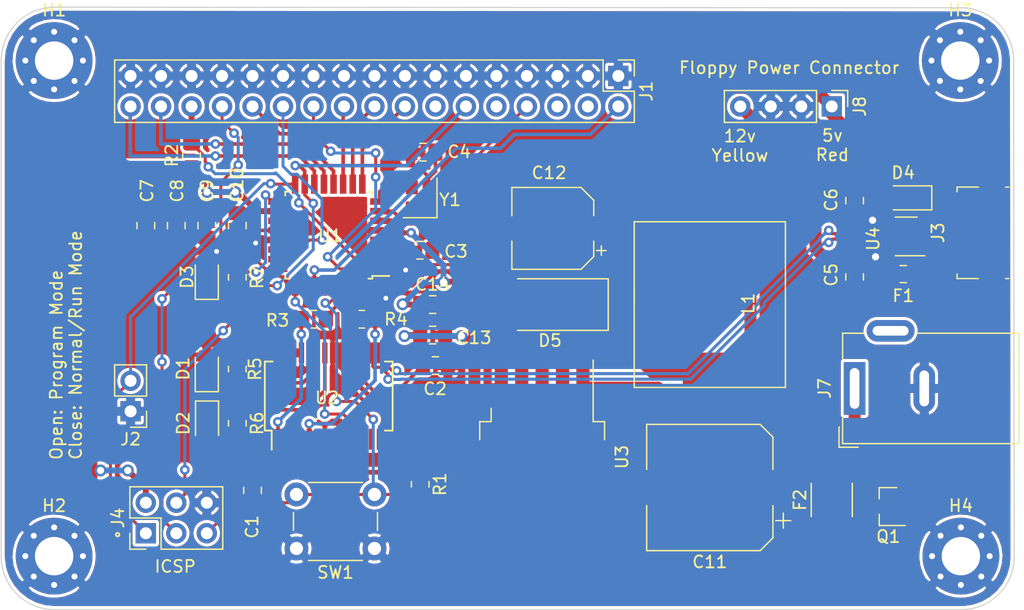
<source format=kicad_pcb>
(kicad_pcb (version 20171130) (host pcbnew "(5.1.10)-1")
  (layers (0 F.Cu signal) (31 B.Cu signal) (34 B.Paste user) (35 F.Paste user) (36 B.SilkS user) (37 F.SilkS user) (38 B.Mask user) (39 F.Mask user) (44 Edge.Cuts user))
  (net 0 "")
  (net 1 "Net-(C1-Pad2)")
  (net 2 RESET)
  (net 3 GND)
  (net 4 +3V3)
  (net 5 "Net-(C3-Pad2)")
  (net 6 "Net-(C4-Pad2)")
  (net 7 VUSB)
  (net 8 +5V)
  (net 9 "Net-(C10-Pad2)")
  (net 10 +12V)
  (net 11 "Net-(D1-Pad1)")
  (net 12 "Net-(D2-Pad1)")
  (net 13 "Net-(D3-Pad1)")
  (net 14 "Net-(D5-Pad1)")
  (net 15 "Net-(F1-Pad2)")
  (net 16 A3)
  (net 17 "Net-(J1-Pad4)")
  (net 18 "Net-(J1-Pad6)")
  (net 19 D2)
  (net 20 "Net-(J1-Pad10)")
  (net 21 D11)
  (net 22 "Net-(J1-Pad14)")
  (net 23 D5)
  (net 24 D6)
  (net 25 D7)
  (net 26 D3)
  (net 27 A0)
  (net 28 D8)
  (net 29 A1)
  (net 30 D4)
  (net 31 D9)
  (net 32 D10)
  (net 33 D12)
  (net 34 USBD-)
  (net 35 USBD+)
  (net 36 "Net-(J3-Pad4)")
  (net 37 D13)
  (net 38 RX)
  (net 39 /D0-RX)
  (net 40 /D1-TX)
  (net 41 TX)
  (net 42 "Net-(U1-Pad19)")
  (net 43 "Net-(U1-Pad22)")
  (net 44 A2)
  (net 45 /A5)
  (net 46 "Net-(U2-Pad3)")
  (net 47 "Net-(U2-Pad6)")
  (net 48 "Net-(U2-Pad9)")
  (net 49 "Net-(U2-Pad10)")
  (net 50 "Net-(U2-Pad12)")
  (net 51 "Net-(U2-Pad13)")
  (net 52 "Net-(U2-Pad14)")
  (net 53 "Net-(U2-Pad19)")
  (net 54 "Net-(U2-Pad27)")
  (net 55 "Net-(U2-Pad28)")
  (net 56 "Net-(F2-Pad2)")
  (net 57 "Net-(F2-Pad1)")
  (net 58 USB_CONN_D-)
  (net 59 USB_CONN_D+)
  (net 60 /RX_LED)
  (net 61 /TX_LED)
  (module Capacitor_SMD:C_0805_2012Metric_Pad1.18x1.45mm_HandSolder (layer F.Cu) (at 143.4875 89.45)
    (fp_text reference C3 (at 3.0075 0.1) (layer F.SilkS))
    (fp_text value 22pF)
    (pad 1 smd roundrect (at -1.0375 0) (size 1.175 1.45) (layers F.Cu F.Paste F.Mask) (roundrect_rratio 0.212766) (net 3 GND))
    (pad 2 smd roundrect (at 1.0375 0) (size 1.175 1.45) (layers F.Cu F.Paste F.Mask) (roundrect_rratio 0.212766) (net 5 "Net-(C3-Pad2)"))
  )
  (module Package_QFP:TQFP-32_7x7mm_P0.8mm (layer F.Cu) (at 135.89 88.194999 180)
    (fp_text reference U1 (at -0.11 -0.055001) (layer F.SilkS))
    (fp_text value ATmega328-AU)
    (pad 1 smd rect (at -4.25 -2.8 180) (size 1.6 0.55) (layers F.Cu F.Paste F.Mask) (net 26 D3))
    (pad 2 smd rect (at -4.25 -2 180) (size 1.6 0.55) (layers F.Cu F.Paste F.Mask) (net 30 D4))
    (pad 3 smd rect (at -4.25 -1.2 180) (size 1.6 0.55) (layers F.Cu F.Paste F.Mask) (net 3 GND))
    (pad 4 smd rect (at -4.25 -0.4 180) (size 1.6 0.55) (layers F.Cu F.Paste F.Mask) (net 8 +5V))
    (pad 5 smd rect (at -4.25 0.4 180) (size 1.6 0.55) (layers F.Cu F.Paste F.Mask) (net 3 GND))
    (pad 6 smd rect (at -4.25 1.2 180) (size 1.6 0.55) (layers F.Cu F.Paste F.Mask) (net 8 +5V))
    (pad 7 smd rect (at -4.25 2 180) (size 1.6 0.55) (layers F.Cu F.Paste F.Mask) (net 5 "Net-(C3-Pad2)"))
    (pad 8 smd rect (at -4.25 2.8 180) (size 1.6 0.55) (layers F.Cu F.Paste F.Mask) (net 6 "Net-(C4-Pad2)"))
    (pad 9 smd rect (at -2.8 4.25 270) (size 1.6 0.55) (layers F.Cu F.Paste F.Mask) (net 23 D5))
    (pad 10 smd rect (at -2 4.25 270) (size 1.6 0.55) (layers F.Cu F.Paste F.Mask) (net 24 D6))
    (pad 11 smd rect (at -1.2 4.25 270) (size 1.6 0.55) (layers F.Cu F.Paste F.Mask) (net 25 D7))
    (pad 12 smd rect (at -0.4 4.25 270) (size 1.6 0.55) (layers F.Cu F.Paste F.Mask) (net 28 D8))
    (pad 13 smd rect (at 0.4 4.25 270) (size 1.6 0.55) (layers F.Cu F.Paste F.Mask) (net 31 D9))
    (pad 14 smd rect (at 1.2 4.25 270) (size 1.6 0.55) (layers F.Cu F.Paste F.Mask) (net 32 D10))
    (pad 15 smd rect (at 2 4.25 270) (size 1.6 0.55) (layers F.Cu F.Paste F.Mask) (net 21 D11))
    (pad 16 smd rect (at 2.8 4.25 270) (size 1.6 0.55) (layers F.Cu F.Paste F.Mask) (net 33 D12))
    (pad 17 smd rect (at 4.25 2.8 180) (size 1.6 0.55) (layers F.Cu F.Paste F.Mask) (net 37 D13))
    (pad 18 smd rect (at 4.25 2 180) (size 1.6 0.55) (layers F.Cu F.Paste F.Mask) (net 8 +5V))
    (pad 19 smd rect (at 4.25 1.2 180) (size 1.6 0.55) (layers F.Cu F.Paste F.Mask) (net 42 "Net-(U1-Pad19)"))
    (pad 20 smd rect (at 4.25 0.4 180) (size 1.6 0.55) (layers F.Cu F.Paste F.Mask) (net 9 "Net-(C10-Pad2)"))
    (pad 21 smd rect (at 4.25 -0.4 180) (size 1.6 0.55) (layers F.Cu F.Paste F.Mask) (net 3 GND))
    (pad 22 smd rect (at 4.25 -1.2 180) (size 1.6 0.55) (layers F.Cu F.Paste F.Mask) (net 43 "Net-(U1-Pad22)"))
    (pad 23 smd rect (at 4.25 -2 180) (size 1.6 0.55) (layers F.Cu F.Paste F.Mask) (net 27 A0))
    (pad 24 smd rect (at 4.25 -2.8 180) (size 1.6 0.55) (layers F.Cu F.Paste F.Mask) (net 29 A1))
    (pad 25 smd rect (at 2.8 -4.25 270) (size 1.6 0.55) (layers F.Cu F.Paste F.Mask) (net 44 A2))
    (pad 26 smd rect (at 2 -4.25 270) (size 1.6 0.55) (layers F.Cu F.Paste F.Mask) (net 16 A3))
    (pad 27 smd rect (at 1.2 -4.25 270) (size 1.6 0.55) (layers F.Cu F.Paste F.Mask) (net 16 A3))
    (pad 28 smd rect (at 0.4 -4.25 270) (size 1.6 0.55) (layers F.Cu F.Paste F.Mask) (net 45 /A5))
    (pad 29 smd rect (at -0.4 -4.25 270) (size 1.6 0.55) (layers F.Cu F.Paste F.Mask) (net 2 RESET))
    (pad 30 smd rect (at -1.2 -4.25 270) (size 1.6 0.55) (layers F.Cu F.Paste F.Mask) (net 39 /D0-RX))
    (pad 31 smd rect (at -2 -4.25 270) (size 1.6 0.55) (layers F.Cu F.Paste F.Mask) (net 40 /D1-TX))
    (pad 32 smd rect (at -2.8 -4.25 270) (size 1.6 0.55) (layers F.Cu F.Paste F.Mask) (net 19 D2))
  )
  (module Package_SO:SSOP-28_5.3x10.2mm_P0.65mm (layer F.Cu) (at 135.89 101.6 90)
    (fp_text reference U2 (at -0.15 -0.14 180) (layer F.SilkS))
    (fp_text value FT232RL)
    (pad 1 smd rect (at -3.6 -4.225 90) (size 1.75 0.45) (layers F.Cu F.Paste F.Mask) (net 38 RX))
    (pad 2 smd rect (at -3.6 -3.575 90) (size 1.75 0.45) (layers F.Cu F.Paste F.Mask) (net 1 "Net-(C1-Pad2)"))
    (pad 3 smd rect (at -3.6 -2.925 90) (size 1.75 0.45) (layers F.Cu F.Paste F.Mask) (net 46 "Net-(U2-Pad3)"))
    (pad 4 smd rect (at -3.6 -2.275 90) (size 1.75 0.45) (layers F.Cu F.Paste F.Mask) (net 8 +5V))
    (pad 5 smd rect (at -3.6 -1.625 90) (size 1.75 0.45) (layers F.Cu F.Paste F.Mask) (net 41 TX))
    (pad 6 smd rect (at -3.6 -0.975 90) (size 1.75 0.45) (layers F.Cu F.Paste F.Mask) (net 47 "Net-(U2-Pad6)"))
    (pad 7 smd rect (at -3.6 -0.325 90) (size 1.75 0.45) (layers F.Cu F.Paste F.Mask) (net 3 GND))
    (pad 8 smd rect (at -3.6 0.325 90) (size 1.75 0.45) (layers F.Cu F.Paste F.Mask))
    (pad 9 smd rect (at -3.6 0.975 90) (size 1.75 0.45) (layers F.Cu F.Paste F.Mask) (net 48 "Net-(U2-Pad9)"))
    (pad 10 smd rect (at -3.6 1.625 90) (size 1.75 0.45) (layers F.Cu F.Paste F.Mask) (net 49 "Net-(U2-Pad10)"))
    (pad 11 smd rect (at -3.6 2.275 90) (size 1.75 0.45) (layers F.Cu F.Paste F.Mask) (net 44 A2))
    (pad 12 smd rect (at -3.6 2.925 90) (size 1.75 0.45) (layers F.Cu F.Paste F.Mask) (net 50 "Net-(U2-Pad12)"))
    (pad 13 smd rect (at -3.6 3.575 90) (size 1.75 0.45) (layers F.Cu F.Paste F.Mask) (net 51 "Net-(U2-Pad13)"))
    (pad 14 smd rect (at -3.6 4.225 90) (size 1.75 0.45) (layers F.Cu F.Paste F.Mask) (net 52 "Net-(U2-Pad14)"))
    (pad 15 smd rect (at 3.6 4.225 90) (size 1.75 0.45) (layers F.Cu F.Paste F.Mask) (net 35 USBD+))
    (pad 16 smd rect (at 3.6 3.575 90) (size 1.75 0.45) (layers F.Cu F.Paste F.Mask) (net 34 USBD-))
    (pad 17 smd rect (at 3.6 2.925 90) (size 1.75 0.45) (layers F.Cu F.Paste F.Mask) (net 4 +3V3))
    (pad 18 smd rect (at 3.6 2.275 90) (size 1.75 0.45) (layers F.Cu F.Paste F.Mask) (net 3 GND))
    (pad 19 smd rect (at 3.6 1.625 90) (size 1.75 0.45) (layers F.Cu F.Paste F.Mask) (net 53 "Net-(U2-Pad19)"))
    (pad 20 smd rect (at 3.6 0.975 90) (size 1.75 0.45) (layers F.Cu F.Paste F.Mask) (net 8 +5V))
    (pad 21 smd rect (at 3.6 0.325 90) (size 1.75 0.45) (layers F.Cu F.Paste F.Mask) (net 3 GND))
    (pad 22 smd rect (at 3.6 -0.325 90) (size 1.75 0.45) (layers F.Cu F.Paste F.Mask) (net 61 /TX_LED))
    (pad 23 smd rect (at 3.6 -0.975 90) (size 1.75 0.45) (layers F.Cu F.Paste F.Mask) (net 60 /RX_LED))
    (pad 24 smd rect (at 3.6 -1.625 90) (size 1.75 0.45) (layers F.Cu F.Paste F.Mask))
    (pad 25 smd rect (at 3.6 -2.275 90) (size 1.75 0.45) (layers F.Cu F.Paste F.Mask) (net 3 GND))
    (pad 26 smd rect (at 3.6 -2.925 90) (size 1.75 0.45) (layers F.Cu F.Paste F.Mask) (net 3 GND))
    (pad 27 smd rect (at 3.6 -3.575 90) (size 1.75 0.45) (layers F.Cu F.Paste F.Mask) (net 54 "Net-(U2-Pad27)"))
    (pad 28 smd rect (at 3.6 -4.225 90) (size 1.75 0.45) (layers F.Cu F.Paste F.Mask) (net 55 "Net-(U2-Pad28)"))
  )
  (module MountingHole:MountingHole_3.2mm_M3_Pad_Via (layer F.Cu) (at 113.01 73.65)
    (fp_text reference H1 (at 0 -4.2) (layer F.SilkS))
    (fp_text value MountingHole_Pad)
    (pad 1 thru_hole circle (at 1.697056 -1.697056) (size 0.8 0.8) (drill 0.5) (layers *.Cu *.Mask) (net 3 GND))
    (pad 1 thru_hole circle (at 0 -2.4) (size 0.8 0.8) (drill 0.5) (layers *.Cu *.Mask) (net 3 GND))
    (pad 1 thru_hole circle (at -1.697056 -1.697056) (size 0.8 0.8) (drill 0.5) (layers *.Cu *.Mask) (net 3 GND))
    (pad 1 thru_hole circle (at -2.4 0) (size 0.8 0.8) (drill 0.5) (layers *.Cu *.Mask) (net 3 GND))
    (pad 1 thru_hole circle (at -1.697056 1.697056) (size 0.8 0.8) (drill 0.5) (layers *.Cu *.Mask) (net 3 GND))
    (pad 1 thru_hole circle (at 0 2.4) (size 0.8 0.8) (drill 0.5) (layers *.Cu *.Mask) (net 3 GND))
    (pad 1 thru_hole circle (at 1.697056 1.697056) (size 0.8 0.8) (drill 0.5) (layers *.Cu *.Mask) (net 3 GND))
    (pad 1 thru_hole circle (at 2.4 0) (size 0.8 0.8) (drill 0.5) (layers *.Cu *.Mask) (net 3 GND))
    (pad 1 thru_hole circle (at 0 0) (size 6.4 6.4) (drill 3.2) (layers *.Cu *.Mask) (net 3 GND))
  )
  (module Package_TO_SOT_SMD:SOT-23-6 (layer F.Cu) (at 184 88.3 180)
    (fp_text reference U4 (at 2.75 -0.2 90) (layer F.SilkS))
    (fp_text value USBLC6-2SC6)
    (pad 5 smd rect (at 1.1 0 180) (size 1.06 0.65) (layers F.Cu F.Paste F.Mask) (net 8 +5V))
    (pad 6 smd rect (at 1.1 -0.95 180) (size 1.06 0.65) (layers F.Cu F.Paste F.Mask) (net 34 USBD-))
    (pad 4 smd rect (at 1.1 0.95 180) (size 1.06 0.65) (layers F.Cu F.Paste F.Mask) (net 35 USBD+))
    (pad 3 smd rect (at -1.1 0.95 180) (size 1.06 0.65) (layers F.Cu F.Paste F.Mask) (net 59 USB_CONN_D+))
    (pad 2 smd rect (at -1.1 0 180) (size 1.06 0.65) (layers F.Cu F.Paste F.Mask) (net 3 GND))
    (pad 1 smd rect (at -1.1 -0.95 180) (size 1.06 0.65) (layers F.Cu F.Paste F.Mask) (net 58 USB_CONN_D-))
  )
  (module Fuse:Fuse_1812_4532Metric (layer F.Cu) (at 177.8 110.2575 90)
    (fp_text reference F2 (at 0 -2.65 90) (layer F.SilkS))
    (fp_text value 2A)
    (pad 2 smd roundrect (at 2.1375 0 90) (size 1.125 3.4) (layers F.Cu F.Paste F.Mask) (roundrect_rratio 0.222222) (net 56 "Net-(F2-Pad2)"))
    (pad 1 smd roundrect (at -2.1375 0 90) (size 1.125 3.4) (layers F.Cu F.Paste F.Mask) (roundrect_rratio 0.222222) (net 57 "Net-(F2-Pad1)"))
  )
  (module Package_TO_SOT_SMD:SOT-23 (layer F.Cu) (at 182.515 110.81 180)
    (fp_text reference Q1 (at 0 -2.5) (layer F.SilkS))
    (fp_text value AO3401A)
    (pad 3 smd rect (at 1 0 180) (size 0.9 0.8) (layers F.Cu F.Paste F.Mask) (net 57 "Net-(F2-Pad1)"))
    (pad 2 smd rect (at -1 0.95 180) (size 0.9 0.8) (layers F.Cu F.Paste F.Mask) (net 10 +12V))
    (pad 1 smd rect (at -1 -0.95 180) (size 0.9 0.8) (layers F.Cu F.Paste F.Mask) (net 3 GND))
  )
  (module MountingHole:MountingHole_3.2mm_M3_Pad_Via (layer F.Cu) (at 188.56 114.94)
    (fp_text reference H4 (at 0 -4.2) (layer F.SilkS))
    (fp_text value MountingHole_Pad)
    (pad 1 thru_hole circle (at 1.697056 -1.697056) (size 0.8 0.8) (drill 0.5) (layers *.Cu *.Mask) (net 3 GND))
    (pad 1 thru_hole circle (at 0 -2.4) (size 0.8 0.8) (drill 0.5) (layers *.Cu *.Mask) (net 3 GND))
    (pad 1 thru_hole circle (at -1.697056 -1.697056) (size 0.8 0.8) (drill 0.5) (layers *.Cu *.Mask) (net 3 GND))
    (pad 1 thru_hole circle (at -2.4 0) (size 0.8 0.8) (drill 0.5) (layers *.Cu *.Mask) (net 3 GND))
    (pad 1 thru_hole circle (at -1.697056 1.697056) (size 0.8 0.8) (drill 0.5) (layers *.Cu *.Mask) (net 3 GND))
    (pad 1 thru_hole circle (at 0 2.4) (size 0.8 0.8) (drill 0.5) (layers *.Cu *.Mask) (net 3 GND))
    (pad 1 thru_hole circle (at 1.697056 1.697056) (size 0.8 0.8) (drill 0.5) (layers *.Cu *.Mask) (net 3 GND))
    (pad 1 thru_hole circle (at 2.4 0) (size 0.8 0.8) (drill 0.5) (layers *.Cu *.Mask) (net 3 GND))
    (pad 1 thru_hole circle (at 0 0) (size 6.4 6.4) (drill 3.2) (layers *.Cu *.Mask) (net 3 GND))
  )
  (module MountingHole:MountingHole_3.2mm_M3_Pad_Via (layer F.Cu) (at 188.51 73.65)
    (fp_text reference H3 (at 0 -4.2) (layer F.SilkS))
    (fp_text value MountingHole_Pad)
    (pad 1 thru_hole circle (at 1.697056 -1.697056) (size 0.8 0.8) (drill 0.5) (layers *.Cu *.Mask) (net 3 GND))
    (pad 1 thru_hole circle (at 0 -2.4) (size 0.8 0.8) (drill 0.5) (layers *.Cu *.Mask) (net 3 GND))
    (pad 1 thru_hole circle (at -1.697056 -1.697056) (size 0.8 0.8) (drill 0.5) (layers *.Cu *.Mask) (net 3 GND))
    (pad 1 thru_hole circle (at -2.4 0) (size 0.8 0.8) (drill 0.5) (layers *.Cu *.Mask) (net 3 GND))
    (pad 1 thru_hole circle (at -1.697056 1.697056) (size 0.8 0.8) (drill 0.5) (layers *.Cu *.Mask) (net 3 GND))
    (pad 1 thru_hole circle (at 0 2.4) (size 0.8 0.8) (drill 0.5) (layers *.Cu *.Mask) (net 3 GND))
    (pad 1 thru_hole circle (at 1.697056 1.697056) (size 0.8 0.8) (drill 0.5) (layers *.Cu *.Mask) (net 3 GND))
    (pad 1 thru_hole circle (at 2.4 0) (size 0.8 0.8) (drill 0.5) (layers *.Cu *.Mask) (net 3 GND))
    (pad 1 thru_hole circle (at 0 0) (size 6.4 6.4) (drill 3.2) (layers *.Cu *.Mask) (net 3 GND))
  )
  (module MountingHole:MountingHole_3.2mm_M3_Pad_Via (layer F.Cu) (at 113.01 114.94)
    (fp_text reference H2 (at 0 -4.2) (layer F.SilkS))
    (fp_text value MountingHole_Pad)
    (pad 1 thru_hole circle (at 1.697056 -1.697056) (size 0.8 0.8) (drill 0.5) (layers *.Cu *.Mask) (net 3 GND))
    (pad 1 thru_hole circle (at 0 -2.4) (size 0.8 0.8) (drill 0.5) (layers *.Cu *.Mask) (net 3 GND))
    (pad 1 thru_hole circle (at -1.697056 -1.697056) (size 0.8 0.8) (drill 0.5) (layers *.Cu *.Mask) (net 3 GND))
    (pad 1 thru_hole circle (at -2.4 0) (size 0.8 0.8) (drill 0.5) (layers *.Cu *.Mask) (net 3 GND))
    (pad 1 thru_hole circle (at -1.697056 1.697056) (size 0.8 0.8) (drill 0.5) (layers *.Cu *.Mask) (net 3 GND))
    (pad 1 thru_hole circle (at 0 2.4) (size 0.8 0.8) (drill 0.5) (layers *.Cu *.Mask) (net 3 GND))
    (pad 1 thru_hole circle (at 1.697056 1.697056) (size 0.8 0.8) (drill 0.5) (layers *.Cu *.Mask) (net 3 GND))
    (pad 1 thru_hole circle (at 2.4 0) (size 0.8 0.8) (drill 0.5) (layers *.Cu *.Mask) (net 3 GND))
    (pad 1 thru_hole circle (at 0 0) (size 6.4 6.4) (drill 3.2) (layers *.Cu *.Mask) (net 3 GND))
  )
  (module Connector_PinHeader_2.54mm:PinHeader_1x04_P2.54mm_Vertical (layer F.Cu) (at 177.8 77.47 270)
    (fp_text reference J8 (at 0 -2.33 90) (layer F.SilkS))
    (fp_text value Conn_01x04)
    (pad 4 thru_hole oval (at 0 7.62 270) (size 1.7 1.7) (drill 1) (layers *.Cu *.Mask) (net 10 +12V))
    (pad 3 thru_hole oval (at 0 5.08 270) (size 1.7 1.7) (drill 1) (layers *.Cu *.Mask) (net 3 GND))
    (pad 2 thru_hole oval (at 0 2.54 270) (size 1.7 1.7) (drill 1) (layers *.Cu *.Mask) (net 3 GND))
    (pad 1 thru_hole rect (at 0 0 270) (size 1.7 1.7) (drill 1) (layers *.Cu *.Mask) (net 8 +5V))
  )
  (module Capacitor_SMD:C_0805_2012Metric_Pad1.18x1.45mm_HandSolder (layer F.Cu) (at 129.54 109.4525 90)
    (fp_text reference C1 (at -3.0475 -0.04 90) (layer F.SilkS))
    (fp_text value 100nF)
    (pad 2 smd roundrect (at 1.0375 0 90) (size 1.175 1.45) (layers F.Cu F.Paste F.Mask) (roundrect_rratio 0.212766) (net 1 "Net-(C1-Pad2)"))
    (pad 1 smd roundrect (at -1.0375 0 90) (size 1.175 1.45) (layers F.Cu F.Paste F.Mask) (roundrect_rratio 0.212766) (net 2 RESET))
  )
  (module Capacitor_SMD:C_0805_2012Metric_Pad1.18x1.45mm_HandSolder (layer F.Cu) (at 144.78 99.06)
    (fp_text reference C2 (at -0.03 1.94) (layer F.SilkS))
    (fp_text value 100nF)
    (pad 2 smd roundrect (at 1.0375 0) (size 1.175 1.45) (layers F.Cu F.Paste F.Mask) (roundrect_rratio 0.212766) (net 3 GND))
    (pad 1 smd roundrect (at -1.0375 0) (size 1.175 1.45) (layers F.Cu F.Paste F.Mask) (roundrect_rratio 0.212766) (net 4 +3V3))
  )
  (module Capacitor_SMD:C_0805_2012Metric_Pad1.18x1.45mm_HandSolder (layer F.Cu) (at 143.7425 81.28)
    (fp_text reference C4 (at 3.0075 -0.03) (layer F.SilkS))
    (fp_text value 22pF)
    (pad 2 smd roundrect (at 1.0375 0) (size 1.175 1.45) (layers F.Cu F.Paste F.Mask) (roundrect_rratio 0.212766) (net 6 "Net-(C4-Pad2)"))
    (pad 1 smd roundrect (at -1.0375 0) (size 1.175 1.45) (layers F.Cu F.Paste F.Mask) (roundrect_rratio 0.212766) (net 3 GND))
  )
  (module Capacitor_SMD:C_0805_2012Metric_Pad1.18x1.45mm_HandSolder (layer F.Cu) (at 179.705 91.6725 270)
    (fp_text reference C5 (at -0.1725 1.955 90) (layer F.SilkS))
    (fp_text value 100nF)
    (pad 2 smd roundrect (at 1.0375 0 270) (size 1.175 1.45) (layers F.Cu F.Paste F.Mask) (roundrect_rratio 0.212766) (net 3 GND))
    (pad 1 smd roundrect (at -1.0375 0 270) (size 1.175 1.45) (layers F.Cu F.Paste F.Mask) (roundrect_rratio 0.212766) (net 7 VUSB))
  )
  (module Capacitor_SMD:C_0805_2012Metric_Pad1.18x1.45mm_HandSolder (layer F.Cu) (at 179.705 85.3225 270)
    (fp_text reference C6 (at -0.0725 1.955 90) (layer F.SilkS))
    (fp_text value 4.7uF)
    (pad 1 smd roundrect (at -1.0375 0 270) (size 1.175 1.45) (layers F.Cu F.Paste F.Mask) (roundrect_rratio 0.212766) (net 7 VUSB))
    (pad 2 smd roundrect (at 1.0375 0 270) (size 1.175 1.45) (layers F.Cu F.Paste F.Mask) (roundrect_rratio 0.212766) (net 3 GND))
  )
  (module Capacitor_SMD:C_0805_2012Metric_Pad1.18x1.45mm_HandSolder (layer F.Cu) (at 120.65 87.3975 90)
    (fp_text reference C7 (at 2.8975 0.1 90) (layer F.SilkS))
    (fp_text value 100nF)
    (pad 1 smd roundrect (at -1.0375 0 90) (size 1.175 1.45) (layers F.Cu F.Paste F.Mask) (roundrect_rratio 0.212766) (net 3 GND))
    (pad 2 smd roundrect (at 1.0375 0 90) (size 1.175 1.45) (layers F.Cu F.Paste F.Mask) (roundrect_rratio 0.212766) (net 8 +5V))
  )
  (module Capacitor_SMD:C_0805_2012Metric_Pad1.18x1.45mm_HandSolder (layer F.Cu) (at 123.19 87.3975 270)
    (fp_text reference C8 (at -2.8975 -0.06 90) (layer F.SilkS))
    (fp_text value 4.7uF)
    (pad 2 smd roundrect (at 1.0375 0 270) (size 1.175 1.45) (layers F.Cu F.Paste F.Mask) (roundrect_rratio 0.212766) (net 3 GND))
    (pad 1 smd roundrect (at -1.0375 0 270) (size 1.175 1.45) (layers F.Cu F.Paste F.Mask) (roundrect_rratio 0.212766) (net 8 +5V))
  )
  (module Capacitor_SMD:C_0805_2012Metric_Pad1.18x1.45mm_HandSolder (layer F.Cu) (at 125.73 87.3975 90)
    (fp_text reference C9 (at 2.8975 0.02 90) (layer F.SilkS))
    (fp_text value 100nF)
    (pad 1 smd roundrect (at -1.0375 0 90) (size 1.175 1.45) (layers F.Cu F.Paste F.Mask) (roundrect_rratio 0.212766) (net 3 GND))
    (pad 2 smd roundrect (at 1.0375 0 90) (size 1.175 1.45) (layers F.Cu F.Paste F.Mask) (roundrect_rratio 0.212766) (net 8 +5V))
  )
  (module Capacitor_SMD:C_0805_2012Metric_Pad1.18x1.45mm_HandSolder (layer F.Cu) (at 128.27 87.3975 90)
    (fp_text reference C10 (at 3.3975 -0.02 90) (layer F.SilkS))
    (fp_text value 100nF)
    (pad 1 smd roundrect (at -1.0375 0 90) (size 1.175 1.45) (layers F.Cu F.Paste F.Mask) (roundrect_rratio 0.212766) (net 3 GND))
    (pad 2 smd roundrect (at 1.0375 0 90) (size 1.175 1.45) (layers F.Cu F.Paste F.Mask) (roundrect_rratio 0.212766) (net 9 "Net-(C10-Pad2)"))
  )
  (module Capacitor_SMD:CP_Elec_10x10 (layer F.Cu) (at 167.64 109.22 180)
    (fp_text reference C11 (at 0 -6.2) (layer F.SilkS))
    (fp_text value 680uF)
    (pad 1 smd roundrect (at -4 0 180) (size 4 2.5) (layers F.Cu F.Paste F.Mask) (roundrect_rratio 0.1) (net 10 +12V))
    (pad 2 smd roundrect (at 4 0 180) (size 4 2.5) (layers F.Cu F.Paste F.Mask) (roundrect_rratio 0.1) (net 3 GND))
  )
  (module Capacitor_SMD:CP_Elec_6.3x7.7 (layer F.Cu) (at 154.559 87.63 180)
    (fp_text reference C12 (at 0.309 4.63) (layer F.SilkS))
    (fp_text value 220uF)
    (pad 1 smd roundrect (at -2.7 0 180) (size 3.5 1.6) (layers F.Cu F.Paste F.Mask) (roundrect_rratio 0.15625) (net 8 +5V))
    (pad 2 smd roundrect (at 2.7 0 180) (size 3.5 1.6) (layers F.Cu F.Paste F.Mask) (roundrect_rratio 0.15625) (net 3 GND))
  )
  (module Capacitor_SMD:C_0805_2012Metric_Pad1.18x1.45mm_HandSolder (layer F.Cu) (at 144.5475 96.52)
    (fp_text reference C13 (at 3.4525 0.23) (layer F.SilkS))
    (fp_text value 100nF)
    (pad 2 smd roundrect (at 1.0375 0) (size 1.175 1.45) (layers F.Cu F.Paste F.Mask) (roundrect_rratio 0.212766) (net 3 GND))
    (pad 1 smd roundrect (at -1.0375 0) (size 1.175 1.45) (layers F.Cu F.Paste F.Mask) (roundrect_rratio 0.212766) (net 8 +5V))
  )
  (module Capacitor_SMD:C_0805_2012Metric_Pad1.18x1.45mm_HandSolder (layer F.Cu) (at 144.5475 93.98)
    (fp_text reference C14 (at 0 -1.68) (layer F.SilkS))
    (fp_text value 4.7uF)
    (pad 1 smd roundrect (at -1.0375 0) (size 1.175 1.45) (layers F.Cu F.Paste F.Mask) (roundrect_rratio 0.212766) (net 8 +5V))
    (pad 2 smd roundrect (at 1.0375 0) (size 1.175 1.45) (layers F.Cu F.Paste F.Mask) (roundrect_rratio 0.212766) (net 3 GND))
  )
  (module LED_SMD:LED_0805_2012Metric_Pad1.15x1.40mm_HandSolder (layer F.Cu) (at 125.73 99.375 90)
    (fp_text reference D1 (at 0.055 -1.98 90) (layer F.SilkS))
    (fp_text value RED)
    (pad 1 smd roundrect (at -1.025 0 90) (size 1.15 1.4) (layers F.Cu F.Paste F.Mask) (roundrect_rratio 0.217391) (net 11 "Net-(D1-Pad1)"))
    (pad 2 smd roundrect (at 1.025 0 90) (size 1.15 1.4) (layers F.Cu F.Paste F.Mask) (roundrect_rratio 0.217391) (net 3 GND))
  )
  (module LED_SMD:LED_0805_2012Metric_Pad1.15x1.40mm_HandSolder (layer F.Cu) (at 125.75 103.875 270)
    (fp_text reference D2 (at 0 1.98 90) (layer F.SilkS))
    (fp_text value GREEN)
    (pad 2 smd roundrect (at 1.025 0 270) (size 1.15 1.4) (layers F.Cu F.Paste F.Mask) (roundrect_rratio 0.217391) (net 3 GND))
    (pad 1 smd roundrect (at -1.025 0 270) (size 1.15 1.4) (layers F.Cu F.Paste F.Mask) (roundrect_rratio 0.217391) (net 12 "Net-(D2-Pad1)"))
  )
  (module LED_SMD:LED_0805_2012Metric_Pad1.15x1.40mm_HandSolder (layer F.Cu) (at 125.73 91.685 90)
    (fp_text reference D3 (at 0 -1.65 90) (layer F.SilkS))
    (fp_text value GREEN)
    (pad 1 smd roundrect (at -1.025 0 90) (size 1.15 1.4) (layers F.Cu F.Paste F.Mask) (roundrect_rratio 0.217391) (net 13 "Net-(D3-Pad1)"))
    (pad 2 smd roundrect (at 1.025 0 90) (size 1.15 1.4) (layers F.Cu F.Paste F.Mask) (roundrect_rratio 0.217391) (net 3 GND))
  )
  (module Diode_SMD:D_PowerDI-123 (layer F.Cu) (at 183.935 85.09 180)
    (fp_text reference D4 (at 0.185 2.09) (layer F.SilkS))
    (fp_text value D_Schottky)
    (pad 1 smd rect (at -0.85 0) (size 2.4 1.5) (layers F.Cu F.Paste F.Mask) (net 8 +5V))
    (pad 2 smd rect (at 1.525 0) (size 1.05 1.5) (layers F.Cu F.Paste F.Mask) (net 7 VUSB))
  )
  (module Diode_SMD:D_SMA-SMB_Universal_Handsoldering (layer F.Cu) (at 154.326 93.98 180)
    (fp_text reference D5 (at 0 -3) (layer F.SilkS))
    (fp_text value D_Schottky)
    (pad 1 smd trapezoid (at -2.9 0 180) (size 3.6 1.7) (rect_delta 0.6 0) (layers F.Cu F.Paste F.Mask) (net 14 "Net-(D5-Pad1)"))
    (pad 2 smd trapezoid (at 2.9 0) (size 3.6 1.7) (rect_delta 0.6 0) (layers F.Cu F.Paste F.Mask) (net 3 GND))
  )
  (module Fuse:Fuse_0805_2012Metric_Pad1.15x1.40mm_HandSolder (layer F.Cu) (at 183.76 91.44)
    (fp_text reference F1 (at 0 1.81) (layer F.SilkS))
    (fp_text value Polyfuse)
    (pad 1 smd roundrect (at -1.025 0) (size 1.15 1.4) (layers F.Cu F.Paste F.Mask) (roundrect_rratio 0.217391) (net 7 VUSB))
    (pad 2 smd roundrect (at 1.025 0) (size 1.15 1.4) (layers F.Cu F.Paste F.Mask) (roundrect_rratio 0.217391) (net 15 "Net-(F1-Pad2)"))
  )
  (module Connector_PinHeader_2.54mm:PinHeader_2x17_P2.54mm_Vertical (layer F.Cu) (at 160.02 74.93 270)
    (fp_text reference J1 (at 1.27 -2.33 90) (layer F.SilkS))
    (fp_text value "Floppy Connector")
    (pad 1 thru_hole rect (at 0 0 270) (size 1.7 1.7) (drill 1) (layers *.Cu *.Mask) (net 3 GND))
    (pad 2 thru_hole oval (at 2.54 0 270) (size 1.7 1.7) (drill 1) (layers *.Cu *.Mask) (net 16 A3))
    (pad 3 thru_hole oval (at 0 2.54 270) (size 1.7 1.7) (drill 1) (layers *.Cu *.Mask) (net 3 GND))
    (pad 4 thru_hole oval (at 2.54 2.54 270) (size 1.7 1.7) (drill 1) (layers *.Cu *.Mask) (net 17 "Net-(J1-Pad4)"))
    (pad 5 thru_hole oval (at 0 5.08 270) (size 1.7 1.7) (drill 1) (layers *.Cu *.Mask) (net 3 GND))
    (pad 6 thru_hole oval (at 2.54 5.08 270) (size 1.7 1.7) (drill 1) (layers *.Cu *.Mask) (net 18 "Net-(J1-Pad6)"))
    (pad 7 thru_hole oval (at 0 7.62 270) (size 1.7 1.7) (drill 1) (layers *.Cu *.Mask) (net 3 GND))
    (pad 8 thru_hole oval (at 2.54 7.62 270) (size 1.7 1.7) (drill 1) (layers *.Cu *.Mask) (net 19 D2))
    (pad 9 thru_hole oval (at 0 10.16 270) (size 1.7 1.7) (drill 1) (layers *.Cu *.Mask) (net 3 GND))
    (pad 10 thru_hole oval (at 2.54 10.16 270) (size 1.7 1.7) (drill 1) (layers *.Cu *.Mask) (net 20 "Net-(J1-Pad10)"))
    (pad 11 thru_hole oval (at 0 12.7 270) (size 1.7 1.7) (drill 1) (layers *.Cu *.Mask) (net 3 GND))
    (pad 12 thru_hole oval (at 2.54 12.7 270) (size 1.7 1.7) (drill 1) (layers *.Cu *.Mask) (net 21 D11))
    (pad 13 thru_hole oval (at 0 15.24 270) (size 1.7 1.7) (drill 1) (layers *.Cu *.Mask) (net 3 GND))
    (pad 14 thru_hole oval (at 2.54 15.24 270) (size 1.7 1.7) (drill 1) (layers *.Cu *.Mask) (net 22 "Net-(J1-Pad14)"))
    (pad 15 thru_hole oval (at 0 17.78 270) (size 1.7 1.7) (drill 1) (layers *.Cu *.Mask) (net 3 GND))
    (pad 16 thru_hole oval (at 2.54 17.78 270) (size 1.7 1.7) (drill 1) (layers *.Cu *.Mask) (net 23 D5))
    (pad 17 thru_hole oval (at 0 20.32 270) (size 1.7 1.7) (drill 1) (layers *.Cu *.Mask) (net 3 GND))
    (pad 18 thru_hole oval (at 2.54 20.32 270) (size 1.7 1.7) (drill 1) (layers *.Cu *.Mask) (net 24 D6))
    (pad 19 thru_hole oval (at 0 22.86 270) (size 1.7 1.7) (drill 1) (layers *.Cu *.Mask) (net 3 GND))
    (pad 20 thru_hole oval (at 2.54 22.86 270) (size 1.7 1.7) (drill 1) (layers *.Cu *.Mask) (net 25 D7))
    (pad 21 thru_hole oval (at 0 25.4 270) (size 1.7 1.7) (drill 1) (layers *.Cu *.Mask) (net 3 GND))
    (pad 22 thru_hole oval (at 2.54 25.4 270) (size 1.7 1.7) (drill 1) (layers *.Cu *.Mask) (net 26 D3))
    (pad 23 thru_hole oval (at 0 27.94 270) (size 1.7 1.7) (drill 1) (layers *.Cu *.Mask) (net 3 GND))
    (pad 24 thru_hole oval (at 2.54 27.94 270) (size 1.7 1.7) (drill 1) (layers *.Cu *.Mask) (net 27 A0))
    (pad 25 thru_hole oval (at 0 30.48 270) (size 1.7 1.7) (drill 1) (layers *.Cu *.Mask) (net 3 GND))
    (pad 26 thru_hole oval (at 2.54 30.48 270) (size 1.7 1.7) (drill 1) (layers *.Cu *.Mask) (net 28 D8))
    (pad 27 thru_hole oval (at 0 33.02 270) (size 1.7 1.7) (drill 1) (layers *.Cu *.Mask) (net 3 GND))
    (pad 28 thru_hole oval (at 2.54 33.02 270) (size 1.7 1.7) (drill 1) (layers *.Cu *.Mask) (net 29 A1))
    (pad 29 thru_hole oval (at 0 35.56 270) (size 1.7 1.7) (drill 1) (layers *.Cu *.Mask) (net 3 GND))
    (pad 30 thru_hole oval (at 2.54 35.56 270) (size 1.7 1.7) (drill 1) (layers *.Cu *.Mask) (net 30 D4))
    (pad 31 thru_hole oval (at 0 38.1 270) (size 1.7 1.7) (drill 1) (layers *.Cu *.Mask) (net 3 GND))
    (pad 32 thru_hole oval (at 2.54 38.1 270) (size 1.7 1.7) (drill 1) (layers *.Cu *.Mask) (net 31 D9))
    (pad 33 thru_hole oval (at 0 40.64 270) (size 1.7 1.7) (drill 1) (layers *.Cu *.Mask) (net 3 GND))
    (pad 34 thru_hole oval (at 2.54 40.64 270) (size 1.7 1.7) (drill 1) (layers *.Cu *.Mask) (net 32 D10))
  )
  (module Connector_PinHeader_2.54mm:PinHeader_1x02_P2.54mm_Vertical (layer F.Cu) (at 119.38 102.87 180)
    (fp_text reference J2 (at 0 -2.33) (layer F.SilkS))
    (fp_text value "Program Jumper")
    (pad 1 thru_hole rect (at 0 0 180) (size 1.7 1.7) (drill 1) (layers *.Cu *.Mask) (net 3 GND))
    (pad 2 thru_hole oval (at 0 2.54 180) (size 1.7 1.7) (drill 1) (layers *.Cu *.Mask) (net 33 D12))
  )
  (module Connector_USB:USB_Micro-B_Molex_47346-0001 (layer F.Cu) (at 189.95 88 90)
    (fp_text reference J3 (at 0 -3.3 270) (layer F.SilkS))
    (fp_text value USB_B_Micro)
    (pad 1 smd rect (at -1.3 -1.46 90) (size 0.45 1.38) (layers F.Cu F.Paste F.Mask) (net 15 "Net-(F1-Pad2)"))
    (pad 2 smd rect (at -0.65 -1.46 90) (size 0.45 1.38) (layers F.Cu F.Paste F.Mask) (net 58 USB_CONN_D-))
    (pad 3 smd rect (at 0 -1.46 90) (size 0.45 1.38) (layers F.Cu F.Paste F.Mask) (net 59 USB_CONN_D+))
    (pad 4 smd rect (at 0.65 -1.46 90) (size 0.45 1.38) (layers F.Cu F.Paste F.Mask) (net 36 "Net-(J3-Pad4)"))
    (pad 5 smd rect (at 1.3 -1.46 90) (size 0.45 1.38) (layers F.Cu F.Paste F.Mask) (net 3 GND))
    (pad 6 smd rect (at -2.4875 -1.375 90) (size 1.425 1.55) (layers F.Cu F.Paste F.Mask) (net 3 GND))
    (pad 6 smd rect (at 2.4875 -1.375 90) (size 1.425 1.55) (layers F.Cu F.Paste F.Mask) (net 3 GND))
    (pad 6 smd rect (at -3.375 1.2 90) (size 1.65 1.3) (layers F.Cu F.Paste F.Mask) (net 3 GND))
    (pad 6 smd rect (at 3.375 1.2 90) (size 1.65 1.3) (layers F.Cu F.Paste F.Mask) (net 3 GND))
    (pad 6 smd rect (at -1.15 1.2 90) (size 1.8 1.9) (layers F.Cu F.Paste F.Mask) (net 3 GND))
    (pad 6 smd rect (at 1.55 1.2 90) (size 1 1.9) (layers F.Cu F.Paste F.Mask) (net 3 GND))
  )
  (module Connector_PinHeader_2.54mm:PinHeader_2x03_P2.54mm_Vertical (layer F.Cu) (at 120.65 113.03 90)
    (fp_text reference J4 (at 1.27 -2.33 90) (layer F.SilkS))
    (fp_text value AVR-ISP-6)
    (pad 1 thru_hole rect (at 0 0 90) (size 1.7 1.7) (drill 1) (layers *.Cu *.Mask) (net 33 D12))
    (pad 2 thru_hole oval (at 2.54 0 90) (size 1.7 1.7) (drill 1) (layers *.Cu *.Mask) (net 8 +5V))
    (pad 3 thru_hole oval (at 0 2.54 90) (size 1.7 1.7) (drill 1) (layers *.Cu *.Mask) (net 37 D13))
    (pad 4 thru_hole oval (at 2.54 2.54 90) (size 1.7 1.7) (drill 1) (layers *.Cu *.Mask) (net 21 D11))
    (pad 5 thru_hole oval (at 0 5.08 90) (size 1.7 1.7) (drill 1) (layers *.Cu *.Mask) (net 2 RESET))
    (pad 6 thru_hole oval (at 2.54 5.08 90) (size 1.7 1.7) (drill 1) (layers *.Cu *.Mask) (net 3 GND))
  )
  (module Connector_BarrelJack:BarrelJack_Wuerth_6941xx301002 (layer F.Cu) (at 179.705 100.965 90)
    (fp_text reference J7 (at 0 -2.5 90) (layer F.SilkS))
    (fp_text value Jack-10-14vDC)
    (pad 3 thru_hole oval (at 4.8 3 180) (size 4 1.8) (drill oval 3 0.8) (layers *.Cu *.Mask))
    (pad 2 thru_hole oval (at 0 5.8 90) (size 4 1.8) (drill oval 3 0.8) (layers *.Cu *.Mask) (net 3 GND))
    (pad 1 thru_hole rect (at 0 0 90) (size 4.4 1.8) (drill oval 3.4 0.8) (layers *.Cu *.Mask) (net 56 "Net-(F2-Pad2)"))
  )
  (module Inductor_SMD:YSPI1365-470M (layer F.Cu) (at 167.64 93.98 90)
    (fp_text reference L1 (at 0.1 3.2 90) (layer F.SilkS))
    (fp_text value 33uH)
    (pad 1 smd rect (at -5.625 0 90) (size 3.25 4.5) (layers F.Cu F.Paste F.Mask) (net 14 "Net-(D5-Pad1)"))
    (pad 2 smd rect (at 5.625 0 90) (size 3.25 4.5) (layers F.Cu F.Paste F.Mask) (net 8 +5V))
  )
  (module Resistor_SMD:R_0805_2012Metric_Pad1.20x1.40mm_HandSolder (layer F.Cu) (at 143.51 108.95 270)
    (fp_text reference R1 (at 0 -1.65 90) (layer F.SilkS))
    (fp_text value 10k)
    (pad 1 smd roundrect (at -1 0 270) (size 1.2 1.4) (layers F.Cu F.Paste F.Mask) (roundrect_rratio 0.208333) (net 8 +5V))
    (pad 2 smd roundrect (at 1 0 270) (size 1.2 1.4) (layers F.Cu F.Paste F.Mask) (roundrect_rratio 0.208333) (net 2 RESET))
  )
  (module Resistor_SMD:R_0805_2012Metric_Pad1.20x1.40mm_HandSolder (layer F.Cu) (at 124.46 81.55 90)
    (fp_text reference R2 (at 0 -1.65 90) (layer F.SilkS))
    (fp_text value 1k)
    (pad 1 smd roundrect (at -1 0 90) (size 1.2 1.4) (layers F.Cu F.Paste F.Mask) (roundrect_rratio 0.208333) (net 8 +5V))
    (pad 2 smd roundrect (at 1 0 90) (size 1.2 1.4) (layers F.Cu F.Paste F.Mask) (roundrect_rratio 0.208333) (net 30 D4))
  )
  (module Resistor_SMD:R_0805_2012Metric_Pad1.20x1.40mm_HandSolder (layer F.Cu) (at 134.65 95.2 180)
    (fp_text reference R3 (at 3.03 -0.1) (layer F.SilkS))
    (fp_text value 1k)
    (pad 2 smd roundrect (at 1 0 180) (size 1.2 1.4) (layers F.Cu F.Paste F.Mask) (roundrect_rratio 0.208333) (net 38 RX))
    (pad 1 smd roundrect (at -1 0 180) (size 1.2 1.4) (layers F.Cu F.Paste F.Mask) (roundrect_rratio 0.208333) (net 39 /D0-RX))
  )
  (module Resistor_SMD:R_0805_2012Metric_Pad1.20x1.40mm_HandSolder (layer F.Cu) (at 138.65 95.2)
    (fp_text reference R4 (at 2.84 0) (layer F.SilkS))
    (fp_text value 1k)
    (pad 1 smd roundrect (at -1 0) (size 1.2 1.4) (layers F.Cu F.Paste F.Mask) (roundrect_rratio 0.208333) (net 40 /D1-TX))
    (pad 2 smd roundrect (at 1 0) (size 1.2 1.4) (layers F.Cu F.Paste F.Mask) (roundrect_rratio 0.208333) (net 41 TX))
  )
  (module Resistor_SMD:R_0805_2012Metric_Pad1.20x1.40mm_HandSolder (layer F.Cu) (at 128.27 99.35 90)
    (fp_text reference R5 (at 0 1.48 90) (layer F.SilkS))
    (fp_text value 1k)
    (pad 2 smd roundrect (at 1 0 90) (size 1.2 1.4) (layers F.Cu F.Paste F.Mask) (roundrect_rratio 0.208333) (net 60 /RX_LED))
    (pad 1 smd roundrect (at -1 0 90) (size 1.2 1.4) (layers F.Cu F.Paste F.Mask) (roundrect_rratio 0.208333) (net 11 "Net-(D1-Pad1)"))
  )
  (module Resistor_SMD:R_0805_2012Metric_Pad1.20x1.40mm_HandSolder (layer F.Cu) (at 128.27 103.87 270)
    (fp_text reference R6 (at 0 -1.65 90) (layer F.SilkS))
    (fp_text value 1k)
    (pad 1 smd roundrect (at -1 0 270) (size 1.2 1.4) (layers F.Cu F.Paste F.Mask) (roundrect_rratio 0.208333) (net 12 "Net-(D2-Pad1)"))
    (pad 2 smd roundrect (at 1 0 270) (size 1.2 1.4) (layers F.Cu F.Paste F.Mask) (roundrect_rratio 0.208333) (net 61 /TX_LED))
  )
  (module Resistor_SMD:R_0805_2012Metric_Pad1.20x1.40mm_HandSolder (layer F.Cu) (at 128.27 91.71 270)
    (fp_text reference R7 (at 0 -1.65 90) (layer F.SilkS))
    (fp_text value 220E)
    (pad 2 smd roundrect (at 1 0 270) (size 1.2 1.4) (layers F.Cu F.Paste F.Mask) (roundrect_rratio 0.208333) (net 13 "Net-(D3-Pad1)"))
    (pad 1 smd roundrect (at -1 0 270) (size 1.2 1.4) (layers F.Cu F.Paste F.Mask) (roundrect_rratio 0.208333) (net 37 D13))
  )
  (module Button_Switch_THT:SW_PUSH_6mm (layer F.Cu) (at 139.7 114.3 180)
    (fp_text reference SW1 (at 3.25 -2) (layer F.SilkS))
    (fp_text value Reset)
    (pad 2 thru_hole circle (at 0 4.5 270) (size 2 2) (drill 1.1) (layers *.Cu *.Mask) (net 2 RESET))
    (pad 1 thru_hole circle (at 0 0 270) (size 2 2) (drill 1.1) (layers *.Cu *.Mask) (net 3 GND))
    (pad 2 thru_hole circle (at 6.5 4.5 270) (size 2 2) (drill 1.1) (layers *.Cu *.Mask) (net 2 RESET))
    (pad 1 thru_hole circle (at 6.5 0 270) (size 2 2) (drill 1.1) (layers *.Cu *.Mask) (net 3 GND))
  )
  (module Package_TO_SOT_SMD:TO-263-5_TabPin3 (layer F.Cu) (at 153.67 106.68 270)
    (fp_text reference U3 (at 0 -6.65 90) (layer F.SilkS))
    (fp_text value LM2596S-5)
    (pad 1 smd rect (at -5.775 -3.4 270) (size 4.6 1.1) (layers F.Cu F.Paste F.Mask) (net 10 +12V))
    (pad 2 smd rect (at -5.775 -1.7 270) (size 4.6 1.1) (layers F.Cu F.Paste F.Mask) (net 14 "Net-(D5-Pad1)"))
    (pad 3 smd rect (at -5.775 0 270) (size 4.6 1.1) (layers F.Cu F.Paste F.Mask) (net 3 GND))
    (pad 4 smd rect (at -5.775 1.7 270) (size 4.6 1.1) (layers F.Cu F.Paste F.Mask) (net 8 +5V))
    (pad 5 smd rect (at -5.775 3.4 270) (size 4.6 1.1) (layers F.Cu F.Paste F.Mask) (net 3 GND))
    (pad 3 smd rect (at 3.375 0 270) (size 9.4 10.8) (layers F.Cu F.Mask) (net 3 GND))
  )
  (module Crystal:Crystal_SMD_2520-4Pin_2.5x2.0mm (layer F.Cu) (at 143.51 85.09 90)
    (fp_text reference Y1 (at -0.16 2.49 180) (layer F.SilkS))
    (fp_text value 16Mhz)
    (pad 1 smd rect (at -0.875 0.7 90) (size 1.15 1) (layers F.Cu F.Paste F.Mask) (net 5 "Net-(C3-Pad2)"))
    (pad 2 smd rect (at 0.875 0.7 90) (size 1.15 1) (layers F.Cu F.Paste F.Mask) (net 6 "Net-(C4-Pad2)"))
    (pad 3 smd rect (at 0.875 -0.7 90) (size 1.15 1) (layers F.Cu F.Paste F.Mask))
    (pad 4 smd rect (at -0.875 -0.7 90) (size 1.15 1) (layers F.Cu F.Paste F.Mask))
  )
  (gr_circle (center 118.3 113.15) (end 118.35 113.1) (layer F.SilkS) (width 0.15))
  (gr_text ICSP (at 123.1 115.8) (layer F.SilkS) (effects (font (size 1 1))))
  (gr_text "5v\nRed" (at 177.85 80.7) (layer F.SilkS) (effects (font (size 1 1))))
  (gr_text "12v\nYellow" (at 170.15 80.75) (layer F.SilkS) (effects (font (size 1 1))))
  (gr_line (start 108.6 114.95) (end 108.6 73.65) (layer Edge.Cuts) (width 0.1))
  (gr_line (start 188.6 119.4) (end 113.05 119.4) (layer Edge.Cuts) (width 0.1))
  (gr_line (start 192.95 73.65) (end 193 115) (layer Edge.Cuts) (width 0.1))
  (gr_line (start 113.05 69.2) (end 188.55 69.25) (layer Edge.Cuts) (width 0.1))
  (gr_arc (start 113.05 73.65) (end 113.05 69.2) (angle -90) (layer Edge.Cuts) (width 0.1))
  (gr_arc (start 113.05 114.95) (end 108.6 114.95) (angle -90) (layer Edge.Cuts) (width 0.1))
  (gr_arc (start 188.55 73.65) (end 192.95 73.65) (angle -90) (layer Edge.Cuts) (width 0.1))
  (gr_arc (start 188.6 115) (end 188.6 119.4) (angle -90) (layer Edge.Cuts) (width 0.1))
  (gr_text "Floppy Power Connector" (at 174.25 74.25) (layer F.SilkS) (effects (font (size 1 1))))
  (gr_text "Open: Program Mode\nClose: Normal/Run Mode" (at 114 107 90) (layer F.SilkS) (effects (font (size 1 1)) (justify left)))
  (segment (start 130.225 108.415) (end 129.54 108.415) (width 0.25) (layer F.Cu) (net 1))
  (segment (start 132.315 106.325) (end 130.225 108.415) (width 0.25) (layer F.Cu) (net 1))
  (segment (start 132.315 105.2) (end 132.315 106.325) (width 0.25) (layer F.Cu) (net 1))
  (segment (start 132.51 110.49) (end 133.2 109.8) (width 0.25) (layer F.Cu) (net 2))
  (segment (start 129.54 110.49) (end 132.51 110.49) (width 0.25) (layer F.Cu) (net 2))
  (segment (start 133.2 109.8) (end 139.7 109.8) (width 0.25) (layer F.Cu) (net 2))
  (segment (start 143.36 109.8) (end 143.51 109.95) (width 0.25) (layer F.Cu) (net 2))
  (segment (start 139.7 109.8) (end 143.36 109.8) (width 0.25) (layer F.Cu) (net 2))
  (segment (start 128.27 110.49) (end 125.73 113.03) (width 0.25) (layer F.Cu) (net 2))
  (segment (start 129.54 110.49) (end 128.27 110.49) (width 0.25) (layer F.Cu) (net 2))
  (via (at 135.6 93.85) (size 0.8) (drill 0.4) (layers F.Cu B.Cu) (net 2))
  (segment (start 135.934999 93.85) (end 135.6 93.85) (width 0.25) (layer F.Cu) (net 2))
  (segment (start 136.29 93.494999) (end 135.934999 93.85) (width 0.25) (layer F.Cu) (net 2))
  (segment (start 136.29 92.444999) (end 136.29 93.494999) (width 0.25) (layer F.Cu) (net 2))
  (via (at 136.55 102.05) (size 0.8) (drill 0.4) (layers F.Cu B.Cu) (net 2))
  (segment (start 136.55 94.8) (end 136.55 102.05) (width 0.25) (layer B.Cu) (net 2))
  (segment (start 135.6 93.85) (end 136.55 94.8) (width 0.25) (layer B.Cu) (net 2))
  (via (at 139.6 103.55) (size 0.8) (drill 0.4) (layers F.Cu B.Cu) (net 2))
  (segment (start 138.1 102.05) (end 139.6 103.55) (width 0.25) (layer F.Cu) (net 2))
  (segment (start 136.55 102.05) (end 138.1 102.05) (width 0.25) (layer F.Cu) (net 2))
  (segment (start 139.6 109.7) (end 139.7 109.8) (width 0.25) (layer B.Cu) (net 2))
  (segment (start 139.6 103.55) (end 139.6 109.7) (width 0.25) (layer B.Cu) (net 2))
  (segment (start 132.95 98.015) (end 132.965 98) (width 0.3) (layer F.Cu) (net 3))
  (via (at 181.45 90) (size 1) (drill 0.6) (layers F.Cu B.Cu) (net 3))
  (segment (start 183.635002 90) (end 181.45 90) (width 0.3) (layer F.Cu) (net 3))
  (segment (start 184.463544 88.3) (end 183.780001 88.983543) (width 0.3) (layer F.Cu) (net 3))
  (segment (start 183.780001 89.855001) (end 183.635002 90) (width 0.3) (layer F.Cu) (net 3))
  (segment (start 183.780001 88.983543) (end 183.780001 89.855001) (width 0.3) (layer F.Cu) (net 3))
  (segment (start 185.1 88.3) (end 184.463544 88.3) (width 0.3) (layer F.Cu) (net 3))
  (via (at 181.2 86.95) (size 1) (drill 0.6) (layers F.Cu B.Cu) (net 3))
  (segment (start 180.61 86.36) (end 181.2 86.95) (width 0.5) (layer F.Cu) (net 3))
  (segment (start 179.705 86.36) (end 180.61 86.36) (width 0.5) (layer F.Cu) (net 3))
  (segment (start 125.73 88.435) (end 120.65 88.435) (width 0.5) (layer F.Cu) (net 3))
  (via (at 140.65 93.45) (size 0.8) (drill 0.4) (layers F.Cu B.Cu) (net 3))
  (segment (start 141.17001 92.92999) (end 140.65 93.45) (width 0.25) (layer F.Cu) (net 3))
  (segment (start 144.53499 92.92999) (end 141.17001 92.92999) (width 0.25) (layer F.Cu) (net 3))
  (segment (start 145.585 93.98) (end 144.53499 92.92999) (width 0.25) (layer F.Cu) (net 3))
  (via (at 142.3 91.1) (size 0.8) (drill 0.4) (layers F.Cu B.Cu) (net 3))
  (segment (start 142.3 91.8) (end 142.3 91.1) (width 0.25) (layer B.Cu) (net 3))
  (segment (start 140.65 93.45) (end 142.3 91.8) (width 0.25) (layer B.Cu) (net 3))
  (segment (start 142.3 89.6) (end 142.45 89.45) (width 0.25) (layer F.Cu) (net 3))
  (segment (start 142.3 91.1) (end 142.3 89.6) (width 0.25) (layer F.Cu) (net 3))
  (via (at 126.55 89.55) (size 0.8) (drill 0.4) (layers F.Cu B.Cu) (net 3))
  (segment (start 125.73 88.73) (end 126.55 89.55) (width 0.5) (layer F.Cu) (net 3))
  (segment (start 125.73 88.435) (end 125.73 88.73) (width 0.5) (layer F.Cu) (net 3))
  (via (at 129.8 88.85) (size 0.8) (drill 0.4) (layers F.Cu B.Cu) (net 3))
  (segment (start 129.1 89.55) (end 129.8 88.85) (width 0.5) (layer B.Cu) (net 3))
  (segment (start 126.55 89.55) (end 129.1 89.55) (width 0.5) (layer B.Cu) (net 3))
  (segment (start 129.385 88.435) (end 128.27 88.435) (width 0.5) (layer F.Cu) (net 3))
  (segment (start 129.8 88.85) (end 129.385 88.435) (width 0.5) (layer F.Cu) (net 3))
  (segment (start 138.815 98) (end 138.815 100.365) (width 0.3) (layer F.Cu) (net 4))
  (segment (start 138.815 100.365) (end 139.85 101.4) (width 0.3) (layer F.Cu) (net 4))
  (segment (start 141.4025 101.4) (end 143.7425 99.06) (width 0.3) (layer F.Cu) (net 4))
  (segment (start 139.85 101.4) (end 141.4025 101.4) (width 0.3) (layer F.Cu) (net 4))
  (segment (start 141.24 86.194999) (end 142.295001 87.25) (width 0.3) (layer F.Cu) (net 5))
  (segment (start 140.14 86.194999) (end 141.24 86.194999) (width 0.3) (layer F.Cu) (net 5))
  (segment (start 144.21 86.84) (end 144.21 85.965) (width 0.3) (layer F.Cu) (net 5))
  (segment (start 143.8 87.25) (end 144.21 86.84) (width 0.3) (layer F.Cu) (net 5))
  (segment (start 142.295001 87.25) (end 143.8 87.25) (width 0.3) (layer F.Cu) (net 5))
  (segment (start 144.525 86.28) (end 144.21 85.965) (width 0.25) (layer F.Cu) (net 5))
  (segment (start 144.525 89.45) (end 144.525 86.28) (width 0.25) (layer F.Cu) (net 5))
  (segment (start 140.14 85.394999) (end 140.14 84.56) (width 0.3) (layer F.Cu) (net 6))
  (segment (start 140.14 84.56) (end 141.75 82.95) (width 0.3) (layer F.Cu) (net 6))
  (segment (start 144.21 83.34) (end 144.21 84.215) (width 0.3) (layer F.Cu) (net 6))
  (segment (start 143.82 82.95) (end 144.21 83.34) (width 0.3) (layer F.Cu) (net 6))
  (segment (start 141.75 82.95) (end 143.82 82.95) (width 0.3) (layer F.Cu) (net 6))
  (segment (start 144.21 83.44) (end 144.78 82.87) (width 0.3) (layer F.Cu) (net 6))
  (segment (start 144.78 82.87) (end 144.78 81.28) (width 0.3) (layer F.Cu) (net 6))
  (segment (start 144.21 84.215) (end 144.21 83.44) (width 0.3) (layer F.Cu) (net 6))
  (segment (start 180.51 91.44) (end 179.705 90.635) (width 1) (layer F.Cu) (net 7))
  (segment (start 182.735 91.44) (end 180.51 91.44) (width 1) (layer F.Cu) (net 7))
  (segment (start 179.435398 84.285) (end 179.705 84.285) (width 1) (layer F.Cu) (net 7))
  (segment (start 176.449999 87.270399) (end 179.435398 84.285) (width 1) (layer F.Cu) (net 7))
  (segment (start 176.449999 89.329601) (end 176.449999 87.270399) (width 1) (layer F.Cu) (net 7))
  (segment (start 177.755398 90.635) (end 176.449999 89.329601) (width 1) (layer F.Cu) (net 7))
  (segment (start 179.705 90.635) (end 177.755398 90.635) (width 1) (layer F.Cu) (net 7))
  (segment (start 181.605 84.285) (end 182.41 85.09) (width 1) (layer F.Cu) (net 7))
  (segment (start 179.705 84.285) (end 181.605 84.285) (width 1) (layer F.Cu) (net 7))
  (segment (start 125.73 86.36) (end 123.19 86.36) (width 0.5) (layer F.Cu) (net 8))
  (segment (start 123.19 86.36) (end 120.65 86.36) (width 0.5) (layer F.Cu) (net 8))
  (segment (start 184.119999 85.755001) (end 184.785 85.09) (width 0.5) (layer F.Cu) (net 8))
  (segment (start 184.119999 87.795003) (end 184.119999 85.755001) (width 0.5) (layer F.Cu) (net 8))
  (segment (start 183.615002 88.3) (end 184.119999 87.795003) (width 0.5) (layer F.Cu) (net 8))
  (segment (start 182.9 88.3) (end 183.615002 88.3) (width 0.5) (layer F.Cu) (net 8))
  (segment (start 157.984 88.355) (end 157.259 87.63) (width 1) (layer F.Cu) (net 8))
  (segment (start 167.64 88.355) (end 157.984 88.355) (width 1) (layer F.Cu) (net 8))
  (segment (start 176.249999 75.919999) (end 177.8 77.47) (width 1) (layer F.Cu) (net 8))
  (segment (start 168.969001 75.919999) (end 176.249999 75.919999) (width 1) (layer F.Cu) (net 8))
  (segment (start 157.259 87.63) (end 168.969001 75.919999) (width 1) (layer F.Cu) (net 8))
  (segment (start 154.97599 89.91301) (end 157.259 87.63) (width 0.5) (layer F.Cu) (net 8))
  (segment (start 154.97599 93.416422) (end 154.97599 89.91301) (width 0.5) (layer F.Cu) (net 8))
  (segment (start 151.97 96.422412) (end 154.97599 93.416422) (width 0.5) (layer F.Cu) (net 8))
  (segment (start 151.97 100.905) (end 151.97 96.422412) (width 0.5) (layer F.Cu) (net 8))
  (segment (start 177.8 78.105) (end 184.785 85.09) (width 1) (layer F.Cu) (net 8))
  (segment (start 177.8 77.47) (end 177.8 78.105) (width 1) (layer F.Cu) (net 8))
  (segment (start 148.02501 104.339988) (end 146.2 106.164998) (width 1) (layer F.Cu) (net 8))
  (segment (start 155.75899 86.12999) (end 149.96549 86.12999) (width 1) (layer F.Cu) (net 8))
  (segment (start 149.96549 86.12999) (end 148.02501 88.07047) (width 1) (layer F.Cu) (net 8))
  (segment (start 157.259 87.63) (end 155.75899 86.12999) (width 1) (layer F.Cu) (net 8))
  (segment (start 146.2 110.316002) (end 144 112.516002) (width 1) (layer F.Cu) (net 8))
  (segment (start 146.2 106.164998) (end 146.2 110.316002) (width 1) (layer F.Cu) (net 8))
  (segment (start 144 112.516002) (end 144 115.9) (width 1) (layer F.Cu) (net 8))
  (segment (start 144 115.9) (end 143.6 116.3) (width 1) (layer F.Cu) (net 8))
  (segment (start 143.6 116.3) (end 119.2 116.3) (width 1) (layer F.Cu) (net 8))
  (segment (start 117.7 111.24674) (end 116.1 109.64674) (width 1) (layer F.Cu) (net 8))
  (segment (start 117.7 114.8) (end 117.7 111.24674) (width 1) (layer F.Cu) (net 8))
  (segment (start 119.2 116.3) (end 117.7 114.8) (width 1) (layer F.Cu) (net 8))
  (segment (start 118.05 82.55) (end 124.46 82.55) (width 1) (layer F.Cu) (net 8))
  (segment (start 116.1 84.5) (end 118.05 82.55) (width 1) (layer F.Cu) (net 8))
  (via (at 119.15 107.8) (size 1) (drill 0.6) (layers F.Cu B.Cu) (net 8))
  (segment (start 120.65 109.3) (end 119.15 107.8) (width 0.5) (layer F.Cu) (net 8))
  (segment (start 120.65 110.49) (end 120.65 109.3) (width 0.5) (layer F.Cu) (net 8))
  (via (at 116.875 107.8) (size 1) (drill 0.6) (layers F.Cu B.Cu) (net 8))
  (segment (start 119.15 107.8) (end 116.875 107.8) (width 0.5) (layer B.Cu) (net 8))
  (segment (start 116.15 107.8) (end 116.1 107.85) (width 0.5) (layer F.Cu) (net 8))
  (segment (start 116.875 107.8) (end 116.15 107.8) (width 0.5) (layer F.Cu) (net 8))
  (segment (start 116.1 107.85) (end 116.1 84.5) (width 1) (layer F.Cu) (net 8))
  (segment (start 116.1 109.64674) (end 116.1 107.85) (width 1) (layer F.Cu) (net 8))
  (via (at 145.45 92.1) (size 1) (drill 0.6) (layers F.Cu B.Cu) (net 8))
  (segment (start 145.47499 92.07501) (end 145.45 92.1) (width 0.5) (layer F.Cu) (net 8))
  (segment (start 148.02501 92.07501) (end 145.47499 92.07501) (width 0.5) (layer F.Cu) (net 8))
  (segment (start 148.02501 88.07047) (end 148.02501 92.07501) (width 1) (layer F.Cu) (net 8))
  (via (at 142.05 93.95) (size 1) (drill 0.6) (layers F.Cu B.Cu) (net 8))
  (segment (start 143.9 92.1) (end 142.05 93.95) (width 0.5) (layer B.Cu) (net 8))
  (segment (start 145.45 92.1) (end 143.9 92.1) (width 0.5) (layer B.Cu) (net 8))
  (segment (start 142.08 93.98) (end 142.05 93.95) (width 0.5) (layer F.Cu) (net 8))
  (segment (start 143.51 93.98) (end 142.08 93.98) (width 0.5) (layer F.Cu) (net 8))
  (via (at 146.95 96.6) (size 1) (drill 0.6) (layers F.Cu B.Cu) (net 8))
  (segment (start 148.02501 96.82501) (end 147.17501 96.82501) (width 0.5) (layer F.Cu) (net 8))
  (segment (start 147.17501 96.82501) (end 146.95 96.6) (width 0.5) (layer F.Cu) (net 8))
  (segment (start 148.02501 92.07501) (end 148.02501 96.82501) (width 1) (layer F.Cu) (net 8))
  (via (at 142.2 96.6) (size 1) (drill 0.6) (layers F.Cu B.Cu) (net 8))
  (segment (start 146.95 96.6) (end 142.2 96.6) (width 0.5) (layer B.Cu) (net 8))
  (segment (start 142.28 96.52) (end 142.2 96.6) (width 0.5) (layer F.Cu) (net 8))
  (segment (start 143.51 96.52) (end 142.28 96.52) (width 0.5) (layer F.Cu) (net 8))
  (segment (start 136.865 99.192831) (end 136.865 98) (width 0.4) (layer F.Cu) (net 8))
  (segment (start 139.697179 102.02501) (end 136.865 99.192831) (width 0.4) (layer F.Cu) (net 8))
  (segment (start 148.02501 96.82501) (end 148.02501 102.02501) (width 1) (layer F.Cu) (net 8))
  (segment (start 148.02501 102.02501) (end 139.697179 102.02501) (width 0.4) (layer F.Cu) (net 8))
  (segment (start 148.02501 102.02501) (end 148.02501 104.339988) (width 1) (layer F.Cu) (net 8))
  (segment (start 135.194998 107.95) (end 143.51 107.95) (width 0.4) (layer F.Cu) (net 8))
  (segment (start 133.615 106.370002) (end 135.194998 107.95) (width 0.4) (layer F.Cu) (net 8))
  (segment (start 133.615 105.2) (end 133.615 106.370002) (width 0.4) (layer F.Cu) (net 8))
  (segment (start 144.414998 107.95) (end 146.2 106.164998) (width 0.5) (layer F.Cu) (net 8))
  (segment (start 143.51 107.95) (end 144.414998 107.95) (width 0.5) (layer F.Cu) (net 8))
  (segment (start 124.46 85.09) (end 125.73 86.36) (width 0.5) (layer F.Cu) (net 8))
  (segment (start 124.46 82.55) (end 124.46 85.09) (width 0.5) (layer F.Cu) (net 8))
  (via (at 128.1 84.6) (size 1) (drill 0.6) (layers F.Cu B.Cu) (net 8))
  (segment (start 128.312466 84.6) (end 128.1 84.6) (width 0.5) (layer F.Cu) (net 8))
  (segment (start 129.907465 86.194999) (end 128.312466 84.6) (width 0.5) (layer F.Cu) (net 8))
  (segment (start 131.64 86.194999) (end 129.907465 86.194999) (width 0.5) (layer F.Cu) (net 8))
  (via (at 125.75 84.6) (size 1) (drill 0.6) (layers F.Cu B.Cu) (net 8))
  (segment (start 128.1 84.6) (end 125.75 84.6) (width 0.5) (layer B.Cu) (net 8))
  (segment (start 125.75 83.84) (end 124.46 82.55) (width 0.5) (layer F.Cu) (net 8))
  (segment (start 125.75 84.6) (end 125.75 83.84) (width 0.5) (layer F.Cu) (net 8))
  (via (at 142.75 88) (size 0.8) (drill 0.4) (layers F.Cu B.Cu) (net 8))
  (segment (start 145.45 90.7) (end 142.75 88) (width 0.5) (layer B.Cu) (net 8))
  (segment (start 145.45 92.1) (end 145.45 90.7) (width 0.5) (layer B.Cu) (net 8))
  (segment (start 141.135002 86.994999) (end 140.14 86.994999) (width 0.4) (layer F.Cu) (net 8))
  (segment (start 142.140003 88) (end 141.135002 86.994999) (width 0.4) (layer F.Cu) (net 8))
  (segment (start 142.75 88) (end 142.140003 88) (width 0.4) (layer F.Cu) (net 8))
  (segment (start 141.135002 88.594999) (end 140.14 88.594999) (width 0.4) (layer F.Cu) (net 8))
  (segment (start 141.730001 88) (end 141.135002 88.594999) (width 0.4) (layer F.Cu) (net 8))
  (segment (start 142.75 88) (end 141.730001 88) (width 0.4) (layer F.Cu) (net 8))
  (segment (start 129.704999 87.794999) (end 128.27 86.36) (width 0.3) (layer F.Cu) (net 9))
  (segment (start 131.64 87.794999) (end 129.704999 87.794999) (width 0.3) (layer F.Cu) (net 9))
  (segment (start 171.80251 109.38251) (end 171.64 109.22) (width 1) (layer F.Cu) (net 10))
  (segment (start 183.03751 109.38251) (end 171.80251 109.38251) (width 1) (layer F.Cu) (net 10))
  (segment (start 183.515 109.86) (end 183.03751 109.38251) (width 1) (layer F.Cu) (net 10))
  (segment (start 163.325 100.905) (end 157.07 100.905) (width 1) (layer F.Cu) (net 10))
  (segment (start 171.64 109.22) (end 163.325 100.905) (width 1) (layer F.Cu) (net 10))
  (segment (start 171.029999 108.609999) (end 171.64 109.22) (width 1) (layer F.Cu) (net 10))
  (segment (start 171.029999 78.319999) (end 171.029999 108.609999) (width 1) (layer F.Cu) (net 10))
  (segment (start 170.18 77.47) (end 171.029999 78.319999) (width 1) (layer F.Cu) (net 10))
  (segment (start 125.75 100.35) (end 125.73 100.33) (width 0.3) (layer F.Cu) (net 11))
  (segment (start 128.27 100.35) (end 125.75 100.35) (width 0.3) (layer F.Cu) (net 11))
  (segment (start 125.78 100.35) (end 125.73 100.4) (width 0.5) (layer F.Cu) (net 11))
  (segment (start 128.25 102.85) (end 128.27 102.87) (width 0.3) (layer F.Cu) (net 12))
  (segment (start 125.75 102.85) (end 128.25 102.85) (width 0.3) (layer F.Cu) (net 12))
  (segment (start 125.73 92.71) (end 128.27 92.71) (width 0.25) (layer F.Cu) (net 13))
  (segment (start 155.37 95.836) (end 157.226 93.98) (width 1) (layer F.Cu) (net 14))
  (segment (start 155.37 100.905) (end 155.37 95.836) (width 1) (layer F.Cu) (net 14))
  (segment (start 162.851 99.605) (end 157.226 93.98) (width 1) (layer F.Cu) (net 14))
  (segment (start 167.64 99.605) (end 162.851 99.605) (width 1) (layer F.Cu) (net 14))
  (segment (start 187.4 89.3) (end 185.26 91.44) (width 0.4) (layer F.Cu) (net 15))
  (segment (start 185.26 91.44) (end 184.785 91.44) (width 0.4) (layer F.Cu) (net 15))
  (segment (start 188.49 89.3) (end 187.4 89.3) (width 0.4) (layer F.Cu) (net 15))
  (via (at 134.7 91.1) (size 0.8) (drill 0.4) (layers F.Cu B.Cu) (net 16))
  (segment (start 134.69 91.11) (end 134.7 91.1) (width 0.3) (layer F.Cu) (net 16))
  (segment (start 134.69 92.444999) (end 134.69 91.11) (width 0.3) (layer F.Cu) (net 16))
  (segment (start 134.7 91.1) (end 136.35 91.1) (width 0.3) (layer B.Cu) (net 16))
  (segment (start 136.35 91.1) (end 146.5 80.95) (width 0.3) (layer B.Cu) (net 16))
  (segment (start 146.5 80.95) (end 150.2 80.95) (width 0.3) (layer B.Cu) (net 16))
  (segment (start 150.2 80.95) (end 151.35 79.8) (width 0.3) (layer B.Cu) (net 16))
  (segment (start 157.69 79.8) (end 160.02 77.47) (width 0.3) (layer B.Cu) (net 16))
  (segment (start 151.35 79.8) (end 157.69 79.8) (width 0.3) (layer B.Cu) (net 16))
  (segment (start 134.69 92.444999) (end 133.89 92.444999) (width 0.25) (layer F.Cu) (net 16))
  (segment (start 152.4 77.95) (end 152.4 77.47) (width 0.3) (layer F.Cu) (net 19))
  (segment (start 142.860691 92.444999) (end 144.65569 90.65) (width 0.25) (layer F.Cu) (net 19))
  (segment (start 138.69 92.444999) (end 142.860691 92.444999) (width 0.25) (layer F.Cu) (net 19))
  (segment (start 144.65569 90.65) (end 146.35 90.65) (width 0.25) (layer F.Cu) (net 19))
  (segment (start 146.35 90.65) (end 147.2 89.8) (width 0.25) (layer F.Cu) (net 19))
  (segment (start 147.2 82.67) (end 152.4 77.47) (width 0.25) (layer F.Cu) (net 19))
  (segment (start 147.2 89.8) (end 147.2 82.67) (width 0.25) (layer F.Cu) (net 19))
  (via (at 133.1 82.4) (size 0.8) (drill 0.4) (layers F.Cu B.Cu) (net 21))
  (segment (start 133.445001 82.4) (end 133.1 82.4) (width 0.3) (layer F.Cu) (net 21))
  (segment (start 133.89 82.844999) (end 133.445001 82.4) (width 0.3) (layer F.Cu) (net 21))
  (segment (start 133.89 83.944999) (end 133.89 82.844999) (width 0.3) (layer F.Cu) (net 21))
  (segment (start 142.39 82.4) (end 147.32 77.47) (width 0.3) (layer B.Cu) (net 21))
  (segment (start 133.1 82.4) (end 142.39 82.4) (width 0.3) (layer B.Cu) (net 21))
  (via (at 134.6 85.55) (size 0.8) (drill 0.4) (layers F.Cu B.Cu) (net 21))
  (via (at 131.6 92.4) (size 0.8) (drill 0.4) (layers F.Cu B.Cu) (net 21))
  (segment (start 133.89 84.84) (end 133.89 83.944999) (width 0.25) (layer F.Cu) (net 21))
  (segment (start 134.6 85.55) (end 133.89 84.84) (width 0.25) (layer F.Cu) (net 21))
  (segment (start 131.6 92.4) (end 134.6 89.4) (width 0.25) (layer B.Cu) (net 21))
  (segment (start 134.6 89.4) (end 134.6 85.55) (width 0.25) (layer B.Cu) (net 21))
  (via (at 127.1 96.15) (size 0.8) (drill 0.4) (layers F.Cu B.Cu) (net 21))
  (segment (start 130.85 92.4) (end 127.1 96.15) (width 0.25) (layer F.Cu) (net 21))
  (segment (start 131.6 92.4) (end 130.85 92.4) (width 0.25) (layer F.Cu) (net 21))
  (via (at 123.9 107.75) (size 0.8) (drill 0.4) (layers F.Cu B.Cu) (net 21))
  (segment (start 123.9 99.35) (end 123.9 107.75) (width 0.25) (layer B.Cu) (net 21))
  (segment (start 127.1 96.15) (end 123.9 99.35) (width 0.25) (layer B.Cu) (net 21))
  (segment (start 123.9 109.78) (end 123.19 110.49) (width 0.25) (layer F.Cu) (net 21))
  (segment (start 123.9 107.75) (end 123.9 109.78) (width 0.25) (layer F.Cu) (net 21))
  (segment (start 138.69 81.02) (end 142.24 77.47) (width 0.3) (layer F.Cu) (net 23))
  (segment (start 138.69 83.944999) (end 138.69 81.02) (width 0.3) (layer F.Cu) (net 23))
  (segment (start 137.89 79.28) (end 139.7 77.47) (width 0.3) (layer F.Cu) (net 24))
  (segment (start 137.89 83.944999) (end 137.89 79.28) (width 0.3) (layer F.Cu) (net 24))
  (segment (start 137.09 77.54) (end 137.16 77.47) (width 0.3) (layer F.Cu) (net 25))
  (segment (start 137.09 83.944999) (end 137.09 77.54) (width 0.3) (layer F.Cu) (net 25))
  (via (at 135.8 90) (size 0.8) (drill 0.4) (layers F.Cu B.Cu) (net 26))
  (segment (start 136.794999 90.994999) (end 135.8 90) (width 0.25) (layer F.Cu) (net 26))
  (segment (start 140.14 90.994999) (end 136.794999 90.994999) (width 0.25) (layer F.Cu) (net 26))
  (via (at 139.8 83.35) (size 0.8) (drill 0.4) (layers F.Cu B.Cu) (net 26))
  (segment (start 139.8 86) (end 139.8 83.35) (width 0.25) (layer B.Cu) (net 26))
  (segment (start 135.8 90) (end 139.8 86) (width 0.25) (layer B.Cu) (net 26))
  (via (at 139.8 81.35) (size 0.8) (drill 0.4) (layers F.Cu B.Cu) (net 26))
  (segment (start 139.8 83.35) (end 139.8 81.35) (width 0.25) (layer F.Cu) (net 26))
  (via (at 136.05 81.2) (size 0.8) (drill 0.4) (layers F.Cu B.Cu) (net 26))
  (segment (start 136.2 81.35) (end 136.05 81.2) (width 0.25) (layer B.Cu) (net 26))
  (segment (start 139.8 81.35) (end 136.2 81.35) (width 0.25) (layer B.Cu) (net 26))
  (segment (start 134.62 79.77) (end 134.62 77.47) (width 0.25) (layer F.Cu) (net 26))
  (segment (start 136.05 81.2) (end 134.62 79.77) (width 0.25) (layer F.Cu) (net 26))
  (via (at 135.325 88.6) (size 0.8) (drill 0.4) (layers F.Cu B.Cu) (net 27))
  (segment (start 134.284999 88.6) (end 135.325 88.6) (width 0.25) (layer F.Cu) (net 27))
  (segment (start 132.69 90.194999) (end 134.284999 88.6) (width 0.25) (layer F.Cu) (net 27))
  (segment (start 131.64 90.194999) (end 132.69 90.194999) (width 0.25) (layer F.Cu) (net 27))
  (segment (start 132.08 82.453002) (end 132.08 77.47) (width 0.25) (layer B.Cu) (net 27))
  (segment (start 132.751999 83.125001) (end 132.08 82.453002) (width 0.25) (layer B.Cu) (net 27))
  (segment (start 133.248003 83.125001) (end 132.751999 83.125001) (width 0.25) (layer B.Cu) (net 27))
  (segment (start 135.325001 85.201999) (end 133.248003 83.125001) (width 0.25) (layer B.Cu) (net 27))
  (segment (start 135.325 88.6) (end 135.325001 85.201999) (width 0.25) (layer B.Cu) (net 27))
  (segment (start 136.29 82.844999) (end 133.195001 79.75) (width 0.3) (layer F.Cu) (net 28))
  (segment (start 136.29 83.944999) (end 136.29 82.844999) (width 0.3) (layer F.Cu) (net 28))
  (segment (start 131.82 79.75) (end 129.54 77.47) (width 0.3) (layer F.Cu) (net 28))
  (segment (start 133.195001 79.75) (end 131.82 79.75) (width 0.3) (layer F.Cu) (net 28))
  (segment (start 127.55682 89.34751) (end 126.9 88.69069) (width 0.25) (layer F.Cu) (net 29))
  (segment (start 128.942511 89.34751) (end 127.55682 89.34751) (width 0.25) (layer F.Cu) (net 29))
  (segment (start 130.59 90.994999) (end 128.942511 89.34751) (width 0.25) (layer F.Cu) (net 29))
  (segment (start 131.64 90.994999) (end 130.59 90.994999) (width 0.25) (layer F.Cu) (net 29))
  (via (at 128.35 82.35) (size 0.8) (drill 0.4) (layers F.Cu B.Cu) (net 29))
  (segment (start 126.9 83.8) (end 128.35 82.35) (width 0.25) (layer F.Cu) (net 29))
  (segment (start 126.9 88.69069) (end 126.9 83.8) (width 0.25) (layer F.Cu) (net 29))
  (via (at 128 79.7) (size 0.8) (drill 0.4) (layers F.Cu B.Cu) (net 29))
  (segment (start 128.35 80.05) (end 128 79.7) (width 0.25) (layer B.Cu) (net 29))
  (segment (start 128.35 82.35) (end 128.35 80.05) (width 0.25) (layer B.Cu) (net 29))
  (segment (start 127 78.7) (end 127 77.47) (width 0.25) (layer F.Cu) (net 29))
  (segment (start 128 79.7) (end 127 78.7) (width 0.25) (layer F.Cu) (net 29))
  (segment (start 124.46 77.47) (end 124.46 80.55) (width 0.5) (layer F.Cu) (net 30))
  (via (at 133.4 85.5) (size 0.8) (drill 0.4) (layers F.Cu B.Cu) (net 30))
  (segment (start 138.094999 90.194999) (end 133.4 85.5) (width 0.25) (layer F.Cu) (net 30))
  (segment (start 140.14 90.194999) (end 138.094999 90.194999) (width 0.25) (layer F.Cu) (net 30))
  (segment (start 133.4 84.934315) (end 131.465685 83) (width 0.25) (layer B.Cu) (net 30))
  (segment (start 133.4 85.5) (end 133.4 84.934315) (width 0.25) (layer B.Cu) (net 30))
  (via (at 125.85 82.5) (size 0.8) (drill 0.4) (layers F.Cu B.Cu) (net 30))
  (segment (start 126.425001 83.075001) (end 125.85 82.5) (width 0.25) (layer B.Cu) (net 30))
  (segment (start 131.390684 83.075001) (end 126.425001 83.075001) (width 0.25) (layer B.Cu) (net 30))
  (segment (start 131.465685 83) (end 131.390684 83.075001) (width 0.25) (layer B.Cu) (net 30))
  (segment (start 125.85 82.32681) (end 125.6 82.07681) (width 0.25) (layer F.Cu) (net 30))
  (segment (start 125.85 82.5) (end 125.85 82.32681) (width 0.25) (layer F.Cu) (net 30))
  (segment (start 125.6 81.69) (end 124.46 80.55) (width 0.25) (layer F.Cu) (net 30))
  (segment (start 125.6 82.07681) (end 125.6 81.69) (width 0.25) (layer F.Cu) (net 30))
  (via (at 126.45 80.599997) (size 0.8) (drill 0.4) (layers F.Cu B.Cu) (net 31))
  (segment (start 135.49 82.844999) (end 133.244998 80.599997) (width 0.3) (layer F.Cu) (net 31))
  (segment (start 133.244998 80.599997) (end 126.45 80.599997) (width 0.3) (layer F.Cu) (net 31))
  (segment (start 135.49 83.944999) (end 135.49 82.844999) (width 0.3) (layer F.Cu) (net 31))
  (segment (start 121.900003 80.599997) (end 121.9 80.6) (width 0.3) (layer B.Cu) (net 31))
  (segment (start 126.45 80.599997) (end 121.900003 80.599997) (width 0.3) (layer B.Cu) (net 31))
  (segment (start 121.9 77.49) (end 121.92 77.47) (width 0.3) (layer F.Cu) (net 31))
  (segment (start 121.900003 77.489997) (end 121.92 77.47) (width 0.3) (layer B.Cu) (net 31))
  (segment (start 121.900003 80.599997) (end 121.900003 77.489997) (width 0.3) (layer B.Cu) (net 31))
  (segment (start 133.445001 81.6) (end 126.45 81.6) (width 0.3) (layer F.Cu) (net 32))
  (via (at 126.45 81.6) (size 0.8) (drill 0.4) (layers F.Cu B.Cu) (net 32))
  (segment (start 134.69 82.844999) (end 133.445001 81.6) (width 0.3) (layer F.Cu) (net 32))
  (segment (start 134.69 83.944999) (end 134.69 82.844999) (width 0.3) (layer F.Cu) (net 32))
  (segment (start 126.45 81.6) (end 119.35 81.6) (width 0.3) (layer B.Cu) (net 32))
  (segment (start 119.35 77.5) (end 119.38 77.47) (width 0.3) (layer F.Cu) (net 32))
  (segment (start 119.35 77.5) (end 119.38 77.47) (width 0.3) (layer B.Cu) (net 32))
  (segment (start 119.35 81.6) (end 119.35 77.5) (width 0.3) (layer B.Cu) (net 32))
  (via (at 131.05 83.9) (size 0.8) (drill 0.4) (layers F.Cu B.Cu) (net 33))
  (segment (start 131.094999 83.944999) (end 131.05 83.9) (width 0.25) (layer F.Cu) (net 33))
  (segment (start 133.09 83.944999) (end 131.094999 83.944999) (width 0.25) (layer F.Cu) (net 33))
  (segment (start 119.38 95.004315) (end 119.38 100.33) (width 0.25) (layer B.Cu) (net 33))
  (segment (start 130.484315 83.9) (end 119.38 95.004315) (width 0.25) (layer B.Cu) (net 33))
  (segment (start 131.05 83.9) (end 130.484315 83.9) (width 0.25) (layer B.Cu) (net 33))
  (segment (start 119.38 100.33) (end 117.7 102.01) (width 0.25) (layer F.Cu) (net 33))
  (segment (start 117.7 110.08) (end 120.65 113.03) (width 0.25) (layer F.Cu) (net 33))
  (segment (start 117.7 102.01) (end 117.7 110.08) (width 0.25) (layer F.Cu) (net 33))
  (segment (start 181.387155 88.532156) (end 177.819444 88.532156) (width 0.261112) (layer F.Cu) (net 34))
  (segment (start 177.819444 88.532156) (end 177.55 88.8016) (width 0.261112) (layer F.Cu) (net 34))
  (segment (start 182.9 89.25) (end 182.104999 89.25) (width 0.261112) (layer F.Cu) (net 34))
  (segment (start 182.104999 89.25) (end 181.387155 88.532156) (width 0.261112) (layer F.Cu) (net 34))
  (via (at 177.55 88.8016) (size 0.8) (drill 0.4) (layers F.Cu B.Cu) (net 34))
  (segment (start 140.83655 99.814869) (end 140.83655 100.19592) (width 0.261112) (layer F.Cu) (net 34))
  (segment (start 139.557844 98.092844) (end 139.557844 99.137847) (width 0.261112) (layer F.Cu) (net 34))
  (segment (start 139.625554 99.205557) (end 140.227238 99.205557) (width 0.261112) (layer F.Cu) (net 34))
  (segment (start 140.227238 99.205557) (end 140.83655 99.814869) (width 0.261112) (layer F.Cu) (net 34))
  (via (at 140.83655 100.19592) (size 0.8) (drill 0.4) (layers F.Cu B.Cu) (net 34))
  (segment (start 139.465 98) (end 139.557844 98.092844) (width 0.261112) (layer F.Cu) (net 34))
  (segment (start 139.557844 99.137847) (end 139.625554 99.205557) (width 0.261112) (layer F.Cu) (net 34))
  (segment (start 141.917775 100.19592) (end 166.0324 100.19592) (width 0.261112) (layer B.Cu) (net 34))
  (segment (start 141.896588 100.217107) (end 141.917775 100.19592) (width 0.261112) (layer B.Cu) (net 34))
  (segment (start 141.195252 100.217107) (end 141.896588 100.217107) (width 0.261112) (layer B.Cu) (net 34))
  (segment (start 141.174065 100.19592) (end 141.195252 100.217107) (width 0.261112) (layer B.Cu) (net 34))
  (segment (start 140.83655 100.19592) (end 141.174065 100.19592) (width 0.261112) (layer B.Cu) (net 34))
  (segment (start 166.0324 100.19592) (end 172.182156 94.046164) (width 0.261112) (layer B.Cu) (net 34))
  (segment (start 177.203437 88.8016) (end 177.55 88.8016) (width 0.261112) (layer B.Cu) (net 34))
  (segment (start 172.182156 94.046164) (end 172.182156 93.822881) (width 0.261112) (layer B.Cu) (net 34))
  (segment (start 172.182156 93.822881) (end 177.203437 88.8016) (width 0.261112) (layer B.Cu) (net 34))
  (segment (start 181.387155 88.067844) (end 177.819444 88.067844) (width 0.261112) (layer F.Cu) (net 35))
  (segment (start 182.104999 87.35) (end 181.387155 88.067844) (width 0.261112) (layer F.Cu) (net 35))
  (segment (start 182.9 87.35) (end 182.104999 87.35) (width 0.261112) (layer F.Cu) (net 35))
  (segment (start 177.819444 88.067844) (end 177.55 87.7984) (width 0.261112) (layer F.Cu) (net 35))
  (via (at 177.55 87.7984) (size 0.8) (drill 0.4) (layers F.Cu B.Cu) (net 35))
  (segment (start 140.115 98) (end 140.022156 98.092844) (width 0.261112) (layer F.Cu) (net 35))
  (segment (start 140.022156 98.092844) (end 140.022156 98.343837) (width 0.261112) (layer F.Cu) (net 35))
  (segment (start 140.022156 98.343837) (end 141.140501 99.462182) (width 0.261112) (layer F.Cu) (net 35))
  (segment (start 141.140501 99.462182) (end 141.188745 99.462182) (width 0.261112) (layer F.Cu) (net 35))
  (segment (start 141.213113 99.48655) (end 141.54592 99.48655) (width 0.261112) (layer F.Cu) (net 35))
  (segment (start 141.188745 99.462182) (end 141.213113 99.48655) (width 0.261112) (layer F.Cu) (net 35))
  (via (at 141.54592 99.48655) (size 0.8) (drill 0.4) (layers F.Cu B.Cu) (net 35))
  (segment (start 141.790978 99.731608) (end 165.840072 99.731608) (width 0.261112) (layer B.Cu) (net 35))
  (segment (start 141.54592 99.48655) (end 141.790978 99.731608) (width 0.261112) (layer B.Cu) (net 35))
  (segment (start 165.840072 99.731608) (end 171.717844 93.853836) (width 0.261112) (layer B.Cu) (net 35))
  (segment (start 177.277357 88.071043) (end 177.55 87.7984) (width 0.261112) (layer B.Cu) (net 35))
  (segment (start 177.199332 88.071043) (end 177.277357 88.071043) (width 0.261112) (layer B.Cu) (net 35))
  (segment (start 176.819443 88.450932) (end 177.199332 88.071043) (width 0.261112) (layer B.Cu) (net 35))
  (segment (start 176.819443 88.528957) (end 176.819443 88.450932) (width 0.261112) (layer B.Cu) (net 35))
  (segment (start 171.717844 93.630556) (end 176.819443 88.528957) (width 0.261112) (layer B.Cu) (net 35))
  (segment (start 171.717844 93.853836) (end 171.717844 93.630556) (width 0.261112) (layer B.Cu) (net 35))
  (via (at 130.625 84.85) (size 0.8) (drill 0.4) (layers F.Cu B.Cu) (net 37))
  (segment (start 131.169999 85.394999) (end 130.625 84.85) (width 0.25) (layer F.Cu) (net 37))
  (segment (start 131.64 85.394999) (end 131.169999 85.394999) (width 0.25) (layer F.Cu) (net 37))
  (via (at 129.834848 91.265152) (size 0.8) (drill 0.4) (layers F.Cu B.Cu) (net 37))
  (segment (start 130.625 90.475) (end 129.834848 91.265152) (width 0.25) (layer B.Cu) (net 37))
  (segment (start 130.625 84.85) (end 130.625 90.475) (width 0.25) (layer B.Cu) (net 37))
  (segment (start 128.825152 91.265152) (end 128.27 90.71) (width 0.25) (layer F.Cu) (net 37))
  (segment (start 129.834848 91.265152) (end 128.825152 91.265152) (width 0.25) (layer F.Cu) (net 37))
  (via (at 122 98.75) (size 0.8) (drill 0.4) (layers F.Cu B.Cu) (net 37))
  (segment (start 122 111.84) (end 122 98.75) (width 0.25) (layer F.Cu) (net 37))
  (segment (start 123.19 113.03) (end 122 111.84) (width 0.25) (layer F.Cu) (net 37))
  (via (at 122 93.5) (size 0.8) (drill 0.4) (layers F.Cu B.Cu) (net 37))
  (segment (start 122 98.75) (end 122 93.5) (width 0.25) (layer B.Cu) (net 37))
  (segment (start 127.41999 91.56001) (end 128.27 90.71) (width 0.25) (layer F.Cu) (net 37))
  (segment (start 123.93999 91.56001) (end 127.41999 91.56001) (width 0.25) (layer F.Cu) (net 37))
  (segment (start 122 93.5) (end 123.93999 91.56001) (width 0.25) (layer F.Cu) (net 37))
  (via (at 131.65 103.75) (size 0.8) (drill 0.4) (layers F.Cu B.Cu) (net 38))
  (segment (start 131.665 103.765) (end 131.65 103.75) (width 0.3) (layer F.Cu) (net 38))
  (segment (start 131.665 105.2) (end 131.665 103.765) (width 0.3) (layer F.Cu) (net 38))
  (via (at 133.6 96.45) (size 0.8) (drill 0.4) (layers F.Cu B.Cu) (net 38))
  (segment (start 133.6 101.8) (end 133.6 96.45) (width 0.3) (layer B.Cu) (net 38))
  (segment (start 131.65 103.75) (end 133.6 101.8) (width 0.3) (layer B.Cu) (net 38))
  (segment (start 133.6 95.25) (end 133.65 95.2) (width 0.3) (layer F.Cu) (net 38))
  (segment (start 133.6 96.45) (end 133.6 95.25) (width 0.3) (layer F.Cu) (net 38))
  (segment (start 135.65 94.984999) (end 135.65 95.2) (width 0.3) (layer F.Cu) (net 39))
  (segment (start 137.09 93.544999) (end 135.65 94.984999) (width 0.3) (layer F.Cu) (net 39))
  (segment (start 137.09 92.444999) (end 137.09 93.544999) (width 0.3) (layer F.Cu) (net 39))
  (segment (start 137.89 94.96) (end 137.65 95.2) (width 0.3) (layer F.Cu) (net 40))
  (segment (start 137.89 92.444999) (end 137.89 94.96) (width 0.3) (layer F.Cu) (net 40))
  (via (at 134.265 103.90147) (size 0.8) (drill 0.4) (layers F.Cu B.Cu) (net 41))
  (segment (start 134.265 105.2) (end 134.265 103.90147) (width 0.3) (layer F.Cu) (net 41))
  (segment (start 134.265 103.90147) (end 136.14853 103.90147) (width 0.3) (layer B.Cu) (net 41))
  (via (at 139.75 96.45) (size 0.8) (drill 0.4) (layers F.Cu B.Cu) (net 41))
  (segment (start 139.75 100.3) (end 139.75 96.45) (width 0.3) (layer B.Cu) (net 41))
  (segment (start 136.14853 103.90147) (end 139.75 100.3) (width 0.3) (layer B.Cu) (net 41))
  (segment (start 139.75 95.3) (end 139.65 95.2) (width 0.3) (layer F.Cu) (net 41))
  (segment (start 139.75 96.45) (end 139.75 95.3) (width 0.3) (layer F.Cu) (net 41))
  (via (at 133.1 93.75) (size 0.8) (drill 0.4) (layers F.Cu B.Cu) (net 44))
  (segment (start 133.09 93.74) (end 133.1 93.75) (width 0.25) (layer F.Cu) (net 44))
  (segment (start 133.09 92.444999) (end 133.09 93.74) (width 0.25) (layer F.Cu) (net 44))
  (via (at 135.55 103.1) (size 0.8) (drill 0.4) (layers F.Cu B.Cu) (net 44))
  (segment (start 135.55 96.2) (end 135.55 103.1) (width 0.25) (layer B.Cu) (net 44))
  (segment (start 133.1 93.75) (end 135.55 96.2) (width 0.25) (layer B.Cu) (net 44))
  (segment (start 138.165 104.164998) (end 138.165 105.2) (width 0.25) (layer F.Cu) (net 44))
  (segment (start 137.100002 103.1) (end 138.165 104.164998) (width 0.25) (layer F.Cu) (net 44))
  (segment (start 135.55 103.1) (end 137.100002 103.1) (width 0.25) (layer F.Cu) (net 44))
  (segment (start 179.705 106.215) (end 177.8 108.12) (width 1) (layer F.Cu) (net 56))
  (segment (start 179.705 100.965) (end 179.705 106.215) (width 1) (layer F.Cu) (net 56))
  (segment (start 179.93 112.395) (end 181.515 110.81) (width 1) (layer F.Cu) (net 57))
  (segment (start 177.8 112.395) (end 179.93 112.395) (width 1) (layer F.Cu) (net 57))
  (segment (start 185.93 89.25) (end 185.1 89.25) (width 0.3) (layer F.Cu) (net 58))
  (segment (start 186.53 88.65) (end 185.93 89.25) (width 0.3) (layer F.Cu) (net 58))
  (segment (start 188.49 88.65) (end 186.53 88.65) (width 0.3) (layer F.Cu) (net 58))
  (segment (start 185.93 87.35) (end 185.1 87.35) (width 0.3) (layer F.Cu) (net 59))
  (segment (start 186.58 88) (end 185.93 87.35) (width 0.3) (layer F.Cu) (net 59))
  (segment (start 188.49 88) (end 186.58 88) (width 0.3) (layer F.Cu) (net 59))
  (segment (start 134.989999 98.039999) (end 134.989999 99.239999) (width 0.3) (layer F.Cu) (net 60))
  (segment (start 134.95 98) (end 134.989999 98.039999) (width 0.3) (layer F.Cu) (net 60))
  (segment (start 134.915 98) (end 134.95 98) (width 0.3) (layer F.Cu) (net 60))
  (segment (start 134.989999 99.239999) (end 133.729998 100.5) (width 0.3) (layer F.Cu) (net 60))
  (segment (start 130.42 100.5) (end 128.27 98.35) (width 0.3) (layer F.Cu) (net 60))
  (segment (start 133.729998 100.5) (end 130.42 100.5) (width 0.3) (layer F.Cu) (net 60))
  (segment (start 135.565 99.298394) (end 135.556577 99.306817) (width 0.3) (layer F.Cu) (net 61))
  (segment (start 135.565 98) (end 135.565 99.298394) (width 0.3) (layer F.Cu) (net 61))
  (segment (start 133.95 102.75) (end 130.9 102.75) (width 0.3) (layer F.Cu) (net 61))
  (segment (start 128.78 104.87) (end 128.27 104.87) (width 0.3) (layer F.Cu) (net 61))
  (segment (start 130.9 102.75) (end 128.78 104.87) (width 0.3) (layer F.Cu) (net 61))
  (segment (start 135.565 101.135) (end 133.95 102.75) (width 0.3) (layer F.Cu) (net 61))
  (segment (start 135.565 99.298394) (end 135.565 101.135) (width 0.3) (layer F.Cu) (net 61))
  (zone (net 3) (net_name GND) (layer B.Cu) (connect_pads (clearance 0.254)) (min_thickness 0.254) (fill yes (arc_segments 32) (thermal_gap 0.254) (thermal_bridge_width 0.75))
    (polygon (pts (xy 193.05 69.2) (xy 193.05 119.45) (xy 108.5 119.45) (xy 108.55 69.15)))
  )
  (zone (net 3) (net_name GND) (layer F.Cu) (connect_pads (clearance 0.254)) (min_thickness 0.254) (fill yes (arc_segments 32) (thermal_gap 0.254) (thermal_bridge_width 0.75))
    (polygon (pts (xy 193.05 69.2) (xy 193.05 119.45) (xy 108.55 119.45) (xy 108.55 69.15)))
  )
)
</source>
